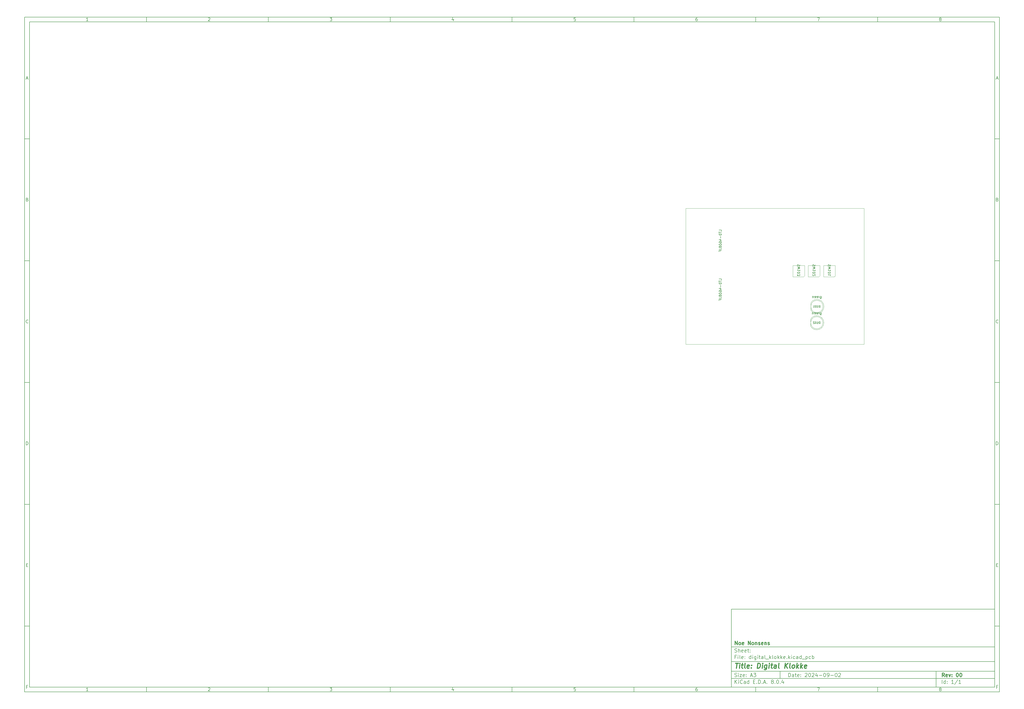
<source format=gbr>
%TF.GenerationSoftware,KiCad,Pcbnew,8.0.4*%
%TF.CreationDate,2024-09-02T20:22:52+02:00*%
%TF.ProjectId,digital_klokke,64696769-7461-46c5-9f6b-6c6f6b6b652e,00*%
%TF.SameCoordinates,PX10c44c20PY899d7e0*%
%TF.FileFunction,AssemblyDrawing,Bot*%
%FSLAX46Y46*%
G04 Gerber Fmt 4.6, Leading zero omitted, Abs format (unit mm)*
G04 Created by KiCad (PCBNEW 8.0.4) date 2024-09-02 20:22:52*
%MOMM*%
%LPD*%
G01*
G04 APERTURE LIST*
%ADD10C,0.100000*%
%ADD11C,0.150000*%
%ADD12C,0.300000*%
%ADD13C,0.400000*%
%ADD14C,0.200000*%
%TA.AperFunction,Profile*%
%ADD15C,0.050000*%
%TD*%
G04 APERTURE END LIST*
D10*
D11*
X18689000Y-108702200D02*
X126689000Y-108702200D01*
X126689000Y-140702200D01*
X18689000Y-140702200D01*
X18689000Y-108702200D01*
D10*
D11*
X-271300000Y134300000D02*
X128689000Y134300000D01*
X128689000Y-142702200D01*
X-271300000Y-142702200D01*
X-271300000Y134300000D01*
D10*
D11*
X-269300000Y132300000D02*
X126689000Y132300000D01*
X126689000Y-140702200D01*
X-269300000Y-140702200D01*
X-269300000Y132300000D01*
D10*
D11*
X-221300000Y132300000D02*
X-221300000Y134300000D01*
D10*
D11*
X-171300000Y132300000D02*
X-171300000Y134300000D01*
D10*
D11*
X-121300000Y132300000D02*
X-121300000Y134300000D01*
D10*
D11*
X-71300000Y132300000D02*
X-71300000Y134300000D01*
D10*
D11*
X-21300000Y132300000D02*
X-21300000Y134300000D01*
D10*
D11*
X28700000Y132300000D02*
X28700000Y134300000D01*
D10*
D11*
X78700000Y132300000D02*
X78700000Y134300000D01*
D10*
D11*
X-245210840Y132706396D02*
X-245953697Y132706396D01*
X-245582269Y132706396D02*
X-245582269Y134006396D01*
X-245582269Y134006396D02*
X-245706078Y133820681D01*
X-245706078Y133820681D02*
X-245829888Y133696872D01*
X-245829888Y133696872D02*
X-245953697Y133634967D01*
D10*
D11*
X-195953697Y133882586D02*
X-195891793Y133944491D01*
X-195891793Y133944491D02*
X-195767983Y134006396D01*
X-195767983Y134006396D02*
X-195458459Y134006396D01*
X-195458459Y134006396D02*
X-195334650Y133944491D01*
X-195334650Y133944491D02*
X-195272745Y133882586D01*
X-195272745Y133882586D02*
X-195210840Y133758777D01*
X-195210840Y133758777D02*
X-195210840Y133634967D01*
X-195210840Y133634967D02*
X-195272745Y133449253D01*
X-195272745Y133449253D02*
X-196015602Y132706396D01*
X-196015602Y132706396D02*
X-195210840Y132706396D01*
D10*
D11*
X-146015602Y134006396D02*
X-145210840Y134006396D01*
X-145210840Y134006396D02*
X-145644174Y133511158D01*
X-145644174Y133511158D02*
X-145458459Y133511158D01*
X-145458459Y133511158D02*
X-145334650Y133449253D01*
X-145334650Y133449253D02*
X-145272745Y133387348D01*
X-145272745Y133387348D02*
X-145210840Y133263539D01*
X-145210840Y133263539D02*
X-145210840Y132954015D01*
X-145210840Y132954015D02*
X-145272745Y132830205D01*
X-145272745Y132830205D02*
X-145334650Y132768300D01*
X-145334650Y132768300D02*
X-145458459Y132706396D01*
X-145458459Y132706396D02*
X-145829888Y132706396D01*
X-145829888Y132706396D02*
X-145953697Y132768300D01*
X-145953697Y132768300D02*
X-146015602Y132830205D01*
D10*
D11*
X-95334650Y133573062D02*
X-95334650Y132706396D01*
X-95644174Y134068300D02*
X-95953697Y133139729D01*
X-95953697Y133139729D02*
X-95148936Y133139729D01*
D10*
D11*
X-45272745Y134006396D02*
X-45891793Y134006396D01*
X-45891793Y134006396D02*
X-45953697Y133387348D01*
X-45953697Y133387348D02*
X-45891793Y133449253D01*
X-45891793Y133449253D02*
X-45767983Y133511158D01*
X-45767983Y133511158D02*
X-45458459Y133511158D01*
X-45458459Y133511158D02*
X-45334650Y133449253D01*
X-45334650Y133449253D02*
X-45272745Y133387348D01*
X-45272745Y133387348D02*
X-45210840Y133263539D01*
X-45210840Y133263539D02*
X-45210840Y132954015D01*
X-45210840Y132954015D02*
X-45272745Y132830205D01*
X-45272745Y132830205D02*
X-45334650Y132768300D01*
X-45334650Y132768300D02*
X-45458459Y132706396D01*
X-45458459Y132706396D02*
X-45767983Y132706396D01*
X-45767983Y132706396D02*
X-45891793Y132768300D01*
X-45891793Y132768300D02*
X-45953697Y132830205D01*
D10*
D11*
X4665350Y134006396D02*
X4417731Y134006396D01*
X4417731Y134006396D02*
X4293922Y133944491D01*
X4293922Y133944491D02*
X4232017Y133882586D01*
X4232017Y133882586D02*
X4108207Y133696872D01*
X4108207Y133696872D02*
X4046303Y133449253D01*
X4046303Y133449253D02*
X4046303Y132954015D01*
X4046303Y132954015D02*
X4108207Y132830205D01*
X4108207Y132830205D02*
X4170112Y132768300D01*
X4170112Y132768300D02*
X4293922Y132706396D01*
X4293922Y132706396D02*
X4541541Y132706396D01*
X4541541Y132706396D02*
X4665350Y132768300D01*
X4665350Y132768300D02*
X4727255Y132830205D01*
X4727255Y132830205D02*
X4789160Y132954015D01*
X4789160Y132954015D02*
X4789160Y133263539D01*
X4789160Y133263539D02*
X4727255Y133387348D01*
X4727255Y133387348D02*
X4665350Y133449253D01*
X4665350Y133449253D02*
X4541541Y133511158D01*
X4541541Y133511158D02*
X4293922Y133511158D01*
X4293922Y133511158D02*
X4170112Y133449253D01*
X4170112Y133449253D02*
X4108207Y133387348D01*
X4108207Y133387348D02*
X4046303Y133263539D01*
D10*
D11*
X53984398Y134006396D02*
X54851064Y134006396D01*
X54851064Y134006396D02*
X54293922Y132706396D01*
D10*
D11*
X104293922Y133449253D02*
X104170112Y133511158D01*
X104170112Y133511158D02*
X104108207Y133573062D01*
X104108207Y133573062D02*
X104046303Y133696872D01*
X104046303Y133696872D02*
X104046303Y133758777D01*
X104046303Y133758777D02*
X104108207Y133882586D01*
X104108207Y133882586D02*
X104170112Y133944491D01*
X104170112Y133944491D02*
X104293922Y134006396D01*
X104293922Y134006396D02*
X104541541Y134006396D01*
X104541541Y134006396D02*
X104665350Y133944491D01*
X104665350Y133944491D02*
X104727255Y133882586D01*
X104727255Y133882586D02*
X104789160Y133758777D01*
X104789160Y133758777D02*
X104789160Y133696872D01*
X104789160Y133696872D02*
X104727255Y133573062D01*
X104727255Y133573062D02*
X104665350Y133511158D01*
X104665350Y133511158D02*
X104541541Y133449253D01*
X104541541Y133449253D02*
X104293922Y133449253D01*
X104293922Y133449253D02*
X104170112Y133387348D01*
X104170112Y133387348D02*
X104108207Y133325443D01*
X104108207Y133325443D02*
X104046303Y133201634D01*
X104046303Y133201634D02*
X104046303Y132954015D01*
X104046303Y132954015D02*
X104108207Y132830205D01*
X104108207Y132830205D02*
X104170112Y132768300D01*
X104170112Y132768300D02*
X104293922Y132706396D01*
X104293922Y132706396D02*
X104541541Y132706396D01*
X104541541Y132706396D02*
X104665350Y132768300D01*
X104665350Y132768300D02*
X104727255Y132830205D01*
X104727255Y132830205D02*
X104789160Y132954015D01*
X104789160Y132954015D02*
X104789160Y133201634D01*
X104789160Y133201634D02*
X104727255Y133325443D01*
X104727255Y133325443D02*
X104665350Y133387348D01*
X104665350Y133387348D02*
X104541541Y133449253D01*
D10*
D11*
X-221300000Y-140702200D02*
X-221300000Y-142702200D01*
D10*
D11*
X-171300000Y-140702200D02*
X-171300000Y-142702200D01*
D10*
D11*
X-121300000Y-140702200D02*
X-121300000Y-142702200D01*
D10*
D11*
X-71300000Y-140702200D02*
X-71300000Y-142702200D01*
D10*
D11*
X-21300000Y-140702200D02*
X-21300000Y-142702200D01*
D10*
D11*
X28700000Y-140702200D02*
X28700000Y-142702200D01*
D10*
D11*
X78700000Y-140702200D02*
X78700000Y-142702200D01*
D10*
D11*
X-245210840Y-142295804D02*
X-245953697Y-142295804D01*
X-245582269Y-142295804D02*
X-245582269Y-140995804D01*
X-245582269Y-140995804D02*
X-245706078Y-141181519D01*
X-245706078Y-141181519D02*
X-245829888Y-141305328D01*
X-245829888Y-141305328D02*
X-245953697Y-141367233D01*
D10*
D11*
X-195953697Y-141119614D02*
X-195891793Y-141057709D01*
X-195891793Y-141057709D02*
X-195767983Y-140995804D01*
X-195767983Y-140995804D02*
X-195458459Y-140995804D01*
X-195458459Y-140995804D02*
X-195334650Y-141057709D01*
X-195334650Y-141057709D02*
X-195272745Y-141119614D01*
X-195272745Y-141119614D02*
X-195210840Y-141243423D01*
X-195210840Y-141243423D02*
X-195210840Y-141367233D01*
X-195210840Y-141367233D02*
X-195272745Y-141552947D01*
X-195272745Y-141552947D02*
X-196015602Y-142295804D01*
X-196015602Y-142295804D02*
X-195210840Y-142295804D01*
D10*
D11*
X-146015602Y-140995804D02*
X-145210840Y-140995804D01*
X-145210840Y-140995804D02*
X-145644174Y-141491042D01*
X-145644174Y-141491042D02*
X-145458459Y-141491042D01*
X-145458459Y-141491042D02*
X-145334650Y-141552947D01*
X-145334650Y-141552947D02*
X-145272745Y-141614852D01*
X-145272745Y-141614852D02*
X-145210840Y-141738661D01*
X-145210840Y-141738661D02*
X-145210840Y-142048185D01*
X-145210840Y-142048185D02*
X-145272745Y-142171995D01*
X-145272745Y-142171995D02*
X-145334650Y-142233900D01*
X-145334650Y-142233900D02*
X-145458459Y-142295804D01*
X-145458459Y-142295804D02*
X-145829888Y-142295804D01*
X-145829888Y-142295804D02*
X-145953697Y-142233900D01*
X-145953697Y-142233900D02*
X-146015602Y-142171995D01*
D10*
D11*
X-95334650Y-141429138D02*
X-95334650Y-142295804D01*
X-95644174Y-140933900D02*
X-95953697Y-141862471D01*
X-95953697Y-141862471D02*
X-95148936Y-141862471D01*
D10*
D11*
X-45272745Y-140995804D02*
X-45891793Y-140995804D01*
X-45891793Y-140995804D02*
X-45953697Y-141614852D01*
X-45953697Y-141614852D02*
X-45891793Y-141552947D01*
X-45891793Y-141552947D02*
X-45767983Y-141491042D01*
X-45767983Y-141491042D02*
X-45458459Y-141491042D01*
X-45458459Y-141491042D02*
X-45334650Y-141552947D01*
X-45334650Y-141552947D02*
X-45272745Y-141614852D01*
X-45272745Y-141614852D02*
X-45210840Y-141738661D01*
X-45210840Y-141738661D02*
X-45210840Y-142048185D01*
X-45210840Y-142048185D02*
X-45272745Y-142171995D01*
X-45272745Y-142171995D02*
X-45334650Y-142233900D01*
X-45334650Y-142233900D02*
X-45458459Y-142295804D01*
X-45458459Y-142295804D02*
X-45767983Y-142295804D01*
X-45767983Y-142295804D02*
X-45891793Y-142233900D01*
X-45891793Y-142233900D02*
X-45953697Y-142171995D01*
D10*
D11*
X4665350Y-140995804D02*
X4417731Y-140995804D01*
X4417731Y-140995804D02*
X4293922Y-141057709D01*
X4293922Y-141057709D02*
X4232017Y-141119614D01*
X4232017Y-141119614D02*
X4108207Y-141305328D01*
X4108207Y-141305328D02*
X4046303Y-141552947D01*
X4046303Y-141552947D02*
X4046303Y-142048185D01*
X4046303Y-142048185D02*
X4108207Y-142171995D01*
X4108207Y-142171995D02*
X4170112Y-142233900D01*
X4170112Y-142233900D02*
X4293922Y-142295804D01*
X4293922Y-142295804D02*
X4541541Y-142295804D01*
X4541541Y-142295804D02*
X4665350Y-142233900D01*
X4665350Y-142233900D02*
X4727255Y-142171995D01*
X4727255Y-142171995D02*
X4789160Y-142048185D01*
X4789160Y-142048185D02*
X4789160Y-141738661D01*
X4789160Y-141738661D02*
X4727255Y-141614852D01*
X4727255Y-141614852D02*
X4665350Y-141552947D01*
X4665350Y-141552947D02*
X4541541Y-141491042D01*
X4541541Y-141491042D02*
X4293922Y-141491042D01*
X4293922Y-141491042D02*
X4170112Y-141552947D01*
X4170112Y-141552947D02*
X4108207Y-141614852D01*
X4108207Y-141614852D02*
X4046303Y-141738661D01*
D10*
D11*
X53984398Y-140995804D02*
X54851064Y-140995804D01*
X54851064Y-140995804D02*
X54293922Y-142295804D01*
D10*
D11*
X104293922Y-141552947D02*
X104170112Y-141491042D01*
X104170112Y-141491042D02*
X104108207Y-141429138D01*
X104108207Y-141429138D02*
X104046303Y-141305328D01*
X104046303Y-141305328D02*
X104046303Y-141243423D01*
X104046303Y-141243423D02*
X104108207Y-141119614D01*
X104108207Y-141119614D02*
X104170112Y-141057709D01*
X104170112Y-141057709D02*
X104293922Y-140995804D01*
X104293922Y-140995804D02*
X104541541Y-140995804D01*
X104541541Y-140995804D02*
X104665350Y-141057709D01*
X104665350Y-141057709D02*
X104727255Y-141119614D01*
X104727255Y-141119614D02*
X104789160Y-141243423D01*
X104789160Y-141243423D02*
X104789160Y-141305328D01*
X104789160Y-141305328D02*
X104727255Y-141429138D01*
X104727255Y-141429138D02*
X104665350Y-141491042D01*
X104665350Y-141491042D02*
X104541541Y-141552947D01*
X104541541Y-141552947D02*
X104293922Y-141552947D01*
X104293922Y-141552947D02*
X104170112Y-141614852D01*
X104170112Y-141614852D02*
X104108207Y-141676757D01*
X104108207Y-141676757D02*
X104046303Y-141800566D01*
X104046303Y-141800566D02*
X104046303Y-142048185D01*
X104046303Y-142048185D02*
X104108207Y-142171995D01*
X104108207Y-142171995D02*
X104170112Y-142233900D01*
X104170112Y-142233900D02*
X104293922Y-142295804D01*
X104293922Y-142295804D02*
X104541541Y-142295804D01*
X104541541Y-142295804D02*
X104665350Y-142233900D01*
X104665350Y-142233900D02*
X104727255Y-142171995D01*
X104727255Y-142171995D02*
X104789160Y-142048185D01*
X104789160Y-142048185D02*
X104789160Y-141800566D01*
X104789160Y-141800566D02*
X104727255Y-141676757D01*
X104727255Y-141676757D02*
X104665350Y-141614852D01*
X104665350Y-141614852D02*
X104541541Y-141552947D01*
D10*
D11*
X-271300000Y84300000D02*
X-269300000Y84300000D01*
D10*
D11*
X-271300000Y34300000D02*
X-269300000Y34300000D01*
D10*
D11*
X-271300000Y-15700000D02*
X-269300000Y-15700000D01*
D10*
D11*
X-271300000Y-65700000D02*
X-269300000Y-65700000D01*
D10*
D11*
X-271300000Y-115700000D02*
X-269300000Y-115700000D01*
D10*
D11*
X-270609524Y109077824D02*
X-269990477Y109077824D01*
X-270733334Y108706396D02*
X-270300001Y110006396D01*
X-270300001Y110006396D02*
X-269866667Y108706396D01*
D10*
D11*
X-270207143Y59387348D02*
X-270021429Y59325443D01*
X-270021429Y59325443D02*
X-269959524Y59263539D01*
X-269959524Y59263539D02*
X-269897620Y59139729D01*
X-269897620Y59139729D02*
X-269897620Y58954015D01*
X-269897620Y58954015D02*
X-269959524Y58830205D01*
X-269959524Y58830205D02*
X-270021429Y58768300D01*
X-270021429Y58768300D02*
X-270145239Y58706396D01*
X-270145239Y58706396D02*
X-270640477Y58706396D01*
X-270640477Y58706396D02*
X-270640477Y60006396D01*
X-270640477Y60006396D02*
X-270207143Y60006396D01*
X-270207143Y60006396D02*
X-270083334Y59944491D01*
X-270083334Y59944491D02*
X-270021429Y59882586D01*
X-270021429Y59882586D02*
X-269959524Y59758777D01*
X-269959524Y59758777D02*
X-269959524Y59634967D01*
X-269959524Y59634967D02*
X-270021429Y59511158D01*
X-270021429Y59511158D02*
X-270083334Y59449253D01*
X-270083334Y59449253D02*
X-270207143Y59387348D01*
X-270207143Y59387348D02*
X-270640477Y59387348D01*
D10*
D11*
X-269897620Y8830205D02*
X-269959524Y8768300D01*
X-269959524Y8768300D02*
X-270145239Y8706396D01*
X-270145239Y8706396D02*
X-270269048Y8706396D01*
X-270269048Y8706396D02*
X-270454762Y8768300D01*
X-270454762Y8768300D02*
X-270578572Y8892110D01*
X-270578572Y8892110D02*
X-270640477Y9015920D01*
X-270640477Y9015920D02*
X-270702381Y9263539D01*
X-270702381Y9263539D02*
X-270702381Y9449253D01*
X-270702381Y9449253D02*
X-270640477Y9696872D01*
X-270640477Y9696872D02*
X-270578572Y9820681D01*
X-270578572Y9820681D02*
X-270454762Y9944491D01*
X-270454762Y9944491D02*
X-270269048Y10006396D01*
X-270269048Y10006396D02*
X-270145239Y10006396D01*
X-270145239Y10006396D02*
X-269959524Y9944491D01*
X-269959524Y9944491D02*
X-269897620Y9882586D01*
D10*
D11*
X-270640477Y-41293604D02*
X-270640477Y-39993604D01*
X-270640477Y-39993604D02*
X-270330953Y-39993604D01*
X-270330953Y-39993604D02*
X-270145239Y-40055509D01*
X-270145239Y-40055509D02*
X-270021429Y-40179319D01*
X-270021429Y-40179319D02*
X-269959524Y-40303128D01*
X-269959524Y-40303128D02*
X-269897620Y-40550747D01*
X-269897620Y-40550747D02*
X-269897620Y-40736461D01*
X-269897620Y-40736461D02*
X-269959524Y-40984080D01*
X-269959524Y-40984080D02*
X-270021429Y-41107890D01*
X-270021429Y-41107890D02*
X-270145239Y-41231700D01*
X-270145239Y-41231700D02*
X-270330953Y-41293604D01*
X-270330953Y-41293604D02*
X-270640477Y-41293604D01*
D10*
D11*
X-270578572Y-90612652D02*
X-270145238Y-90612652D01*
X-269959524Y-91293604D02*
X-270578572Y-91293604D01*
X-270578572Y-91293604D02*
X-270578572Y-89993604D01*
X-270578572Y-89993604D02*
X-269959524Y-89993604D01*
D10*
D11*
X-270114286Y-140612652D02*
X-270547620Y-140612652D01*
X-270547620Y-141293604D02*
X-270547620Y-139993604D01*
X-270547620Y-139993604D02*
X-269928572Y-139993604D01*
D10*
D11*
X128689000Y84300000D02*
X126689000Y84300000D01*
D10*
D11*
X128689000Y34300000D02*
X126689000Y34300000D01*
D10*
D11*
X128689000Y-15700000D02*
X126689000Y-15700000D01*
D10*
D11*
X128689000Y-65700000D02*
X126689000Y-65700000D01*
D10*
D11*
X128689000Y-115700000D02*
X126689000Y-115700000D01*
D10*
D11*
X127379476Y109077824D02*
X127998523Y109077824D01*
X127255666Y108706396D02*
X127688999Y110006396D01*
X127688999Y110006396D02*
X128122333Y108706396D01*
D10*
D11*
X127781857Y59387348D02*
X127967571Y59325443D01*
X127967571Y59325443D02*
X128029476Y59263539D01*
X128029476Y59263539D02*
X128091380Y59139729D01*
X128091380Y59139729D02*
X128091380Y58954015D01*
X128091380Y58954015D02*
X128029476Y58830205D01*
X128029476Y58830205D02*
X127967571Y58768300D01*
X127967571Y58768300D02*
X127843761Y58706396D01*
X127843761Y58706396D02*
X127348523Y58706396D01*
X127348523Y58706396D02*
X127348523Y60006396D01*
X127348523Y60006396D02*
X127781857Y60006396D01*
X127781857Y60006396D02*
X127905666Y59944491D01*
X127905666Y59944491D02*
X127967571Y59882586D01*
X127967571Y59882586D02*
X128029476Y59758777D01*
X128029476Y59758777D02*
X128029476Y59634967D01*
X128029476Y59634967D02*
X127967571Y59511158D01*
X127967571Y59511158D02*
X127905666Y59449253D01*
X127905666Y59449253D02*
X127781857Y59387348D01*
X127781857Y59387348D02*
X127348523Y59387348D01*
D10*
D11*
X128091380Y8830205D02*
X128029476Y8768300D01*
X128029476Y8768300D02*
X127843761Y8706396D01*
X127843761Y8706396D02*
X127719952Y8706396D01*
X127719952Y8706396D02*
X127534238Y8768300D01*
X127534238Y8768300D02*
X127410428Y8892110D01*
X127410428Y8892110D02*
X127348523Y9015920D01*
X127348523Y9015920D02*
X127286619Y9263539D01*
X127286619Y9263539D02*
X127286619Y9449253D01*
X127286619Y9449253D02*
X127348523Y9696872D01*
X127348523Y9696872D02*
X127410428Y9820681D01*
X127410428Y9820681D02*
X127534238Y9944491D01*
X127534238Y9944491D02*
X127719952Y10006396D01*
X127719952Y10006396D02*
X127843761Y10006396D01*
X127843761Y10006396D02*
X128029476Y9944491D01*
X128029476Y9944491D02*
X128091380Y9882586D01*
D10*
D11*
X127348523Y-41293604D02*
X127348523Y-39993604D01*
X127348523Y-39993604D02*
X127658047Y-39993604D01*
X127658047Y-39993604D02*
X127843761Y-40055509D01*
X127843761Y-40055509D02*
X127967571Y-40179319D01*
X127967571Y-40179319D02*
X128029476Y-40303128D01*
X128029476Y-40303128D02*
X128091380Y-40550747D01*
X128091380Y-40550747D02*
X128091380Y-40736461D01*
X128091380Y-40736461D02*
X128029476Y-40984080D01*
X128029476Y-40984080D02*
X127967571Y-41107890D01*
X127967571Y-41107890D02*
X127843761Y-41231700D01*
X127843761Y-41231700D02*
X127658047Y-41293604D01*
X127658047Y-41293604D02*
X127348523Y-41293604D01*
D10*
D11*
X127410428Y-90612652D02*
X127843762Y-90612652D01*
X128029476Y-91293604D02*
X127410428Y-91293604D01*
X127410428Y-91293604D02*
X127410428Y-89993604D01*
X127410428Y-89993604D02*
X128029476Y-89993604D01*
D10*
D11*
X127874714Y-140612652D02*
X127441380Y-140612652D01*
X127441380Y-141293604D02*
X127441380Y-139993604D01*
X127441380Y-139993604D02*
X128060428Y-139993604D01*
D10*
D11*
X42144826Y-136488328D02*
X42144826Y-134988328D01*
X42144826Y-134988328D02*
X42501969Y-134988328D01*
X42501969Y-134988328D02*
X42716255Y-135059757D01*
X42716255Y-135059757D02*
X42859112Y-135202614D01*
X42859112Y-135202614D02*
X42930541Y-135345471D01*
X42930541Y-135345471D02*
X43001969Y-135631185D01*
X43001969Y-135631185D02*
X43001969Y-135845471D01*
X43001969Y-135845471D02*
X42930541Y-136131185D01*
X42930541Y-136131185D02*
X42859112Y-136274042D01*
X42859112Y-136274042D02*
X42716255Y-136416900D01*
X42716255Y-136416900D02*
X42501969Y-136488328D01*
X42501969Y-136488328D02*
X42144826Y-136488328D01*
X44287684Y-136488328D02*
X44287684Y-135702614D01*
X44287684Y-135702614D02*
X44216255Y-135559757D01*
X44216255Y-135559757D02*
X44073398Y-135488328D01*
X44073398Y-135488328D02*
X43787684Y-135488328D01*
X43787684Y-135488328D02*
X43644826Y-135559757D01*
X44287684Y-136416900D02*
X44144826Y-136488328D01*
X44144826Y-136488328D02*
X43787684Y-136488328D01*
X43787684Y-136488328D02*
X43644826Y-136416900D01*
X43644826Y-136416900D02*
X43573398Y-136274042D01*
X43573398Y-136274042D02*
X43573398Y-136131185D01*
X43573398Y-136131185D02*
X43644826Y-135988328D01*
X43644826Y-135988328D02*
X43787684Y-135916900D01*
X43787684Y-135916900D02*
X44144826Y-135916900D01*
X44144826Y-135916900D02*
X44287684Y-135845471D01*
X44787684Y-135488328D02*
X45359112Y-135488328D01*
X45001969Y-134988328D02*
X45001969Y-136274042D01*
X45001969Y-136274042D02*
X45073398Y-136416900D01*
X45073398Y-136416900D02*
X45216255Y-136488328D01*
X45216255Y-136488328D02*
X45359112Y-136488328D01*
X46430541Y-136416900D02*
X46287684Y-136488328D01*
X46287684Y-136488328D02*
X46001970Y-136488328D01*
X46001970Y-136488328D02*
X45859112Y-136416900D01*
X45859112Y-136416900D02*
X45787684Y-136274042D01*
X45787684Y-136274042D02*
X45787684Y-135702614D01*
X45787684Y-135702614D02*
X45859112Y-135559757D01*
X45859112Y-135559757D02*
X46001970Y-135488328D01*
X46001970Y-135488328D02*
X46287684Y-135488328D01*
X46287684Y-135488328D02*
X46430541Y-135559757D01*
X46430541Y-135559757D02*
X46501970Y-135702614D01*
X46501970Y-135702614D02*
X46501970Y-135845471D01*
X46501970Y-135845471D02*
X45787684Y-135988328D01*
X47144826Y-136345471D02*
X47216255Y-136416900D01*
X47216255Y-136416900D02*
X47144826Y-136488328D01*
X47144826Y-136488328D02*
X47073398Y-136416900D01*
X47073398Y-136416900D02*
X47144826Y-136345471D01*
X47144826Y-136345471D02*
X47144826Y-136488328D01*
X47144826Y-135559757D02*
X47216255Y-135631185D01*
X47216255Y-135631185D02*
X47144826Y-135702614D01*
X47144826Y-135702614D02*
X47073398Y-135631185D01*
X47073398Y-135631185D02*
X47144826Y-135559757D01*
X47144826Y-135559757D02*
X47144826Y-135702614D01*
X48930541Y-135131185D02*
X49001969Y-135059757D01*
X49001969Y-135059757D02*
X49144827Y-134988328D01*
X49144827Y-134988328D02*
X49501969Y-134988328D01*
X49501969Y-134988328D02*
X49644827Y-135059757D01*
X49644827Y-135059757D02*
X49716255Y-135131185D01*
X49716255Y-135131185D02*
X49787684Y-135274042D01*
X49787684Y-135274042D02*
X49787684Y-135416900D01*
X49787684Y-135416900D02*
X49716255Y-135631185D01*
X49716255Y-135631185D02*
X48859112Y-136488328D01*
X48859112Y-136488328D02*
X49787684Y-136488328D01*
X50716255Y-134988328D02*
X50859112Y-134988328D01*
X50859112Y-134988328D02*
X51001969Y-135059757D01*
X51001969Y-135059757D02*
X51073398Y-135131185D01*
X51073398Y-135131185D02*
X51144826Y-135274042D01*
X51144826Y-135274042D02*
X51216255Y-135559757D01*
X51216255Y-135559757D02*
X51216255Y-135916900D01*
X51216255Y-135916900D02*
X51144826Y-136202614D01*
X51144826Y-136202614D02*
X51073398Y-136345471D01*
X51073398Y-136345471D02*
X51001969Y-136416900D01*
X51001969Y-136416900D02*
X50859112Y-136488328D01*
X50859112Y-136488328D02*
X50716255Y-136488328D01*
X50716255Y-136488328D02*
X50573398Y-136416900D01*
X50573398Y-136416900D02*
X50501969Y-136345471D01*
X50501969Y-136345471D02*
X50430540Y-136202614D01*
X50430540Y-136202614D02*
X50359112Y-135916900D01*
X50359112Y-135916900D02*
X50359112Y-135559757D01*
X50359112Y-135559757D02*
X50430540Y-135274042D01*
X50430540Y-135274042D02*
X50501969Y-135131185D01*
X50501969Y-135131185D02*
X50573398Y-135059757D01*
X50573398Y-135059757D02*
X50716255Y-134988328D01*
X51787683Y-135131185D02*
X51859111Y-135059757D01*
X51859111Y-135059757D02*
X52001969Y-134988328D01*
X52001969Y-134988328D02*
X52359111Y-134988328D01*
X52359111Y-134988328D02*
X52501969Y-135059757D01*
X52501969Y-135059757D02*
X52573397Y-135131185D01*
X52573397Y-135131185D02*
X52644826Y-135274042D01*
X52644826Y-135274042D02*
X52644826Y-135416900D01*
X52644826Y-135416900D02*
X52573397Y-135631185D01*
X52573397Y-135631185D02*
X51716254Y-136488328D01*
X51716254Y-136488328D02*
X52644826Y-136488328D01*
X53930540Y-135488328D02*
X53930540Y-136488328D01*
X53573397Y-134916900D02*
X53216254Y-135988328D01*
X53216254Y-135988328D02*
X54144825Y-135988328D01*
X54716253Y-135916900D02*
X55859111Y-135916900D01*
X56859111Y-134988328D02*
X57001968Y-134988328D01*
X57001968Y-134988328D02*
X57144825Y-135059757D01*
X57144825Y-135059757D02*
X57216254Y-135131185D01*
X57216254Y-135131185D02*
X57287682Y-135274042D01*
X57287682Y-135274042D02*
X57359111Y-135559757D01*
X57359111Y-135559757D02*
X57359111Y-135916900D01*
X57359111Y-135916900D02*
X57287682Y-136202614D01*
X57287682Y-136202614D02*
X57216254Y-136345471D01*
X57216254Y-136345471D02*
X57144825Y-136416900D01*
X57144825Y-136416900D02*
X57001968Y-136488328D01*
X57001968Y-136488328D02*
X56859111Y-136488328D01*
X56859111Y-136488328D02*
X56716254Y-136416900D01*
X56716254Y-136416900D02*
X56644825Y-136345471D01*
X56644825Y-136345471D02*
X56573396Y-136202614D01*
X56573396Y-136202614D02*
X56501968Y-135916900D01*
X56501968Y-135916900D02*
X56501968Y-135559757D01*
X56501968Y-135559757D02*
X56573396Y-135274042D01*
X56573396Y-135274042D02*
X56644825Y-135131185D01*
X56644825Y-135131185D02*
X56716254Y-135059757D01*
X56716254Y-135059757D02*
X56859111Y-134988328D01*
X58073396Y-136488328D02*
X58359110Y-136488328D01*
X58359110Y-136488328D02*
X58501967Y-136416900D01*
X58501967Y-136416900D02*
X58573396Y-136345471D01*
X58573396Y-136345471D02*
X58716253Y-136131185D01*
X58716253Y-136131185D02*
X58787682Y-135845471D01*
X58787682Y-135845471D02*
X58787682Y-135274042D01*
X58787682Y-135274042D02*
X58716253Y-135131185D01*
X58716253Y-135131185D02*
X58644825Y-135059757D01*
X58644825Y-135059757D02*
X58501967Y-134988328D01*
X58501967Y-134988328D02*
X58216253Y-134988328D01*
X58216253Y-134988328D02*
X58073396Y-135059757D01*
X58073396Y-135059757D02*
X58001967Y-135131185D01*
X58001967Y-135131185D02*
X57930539Y-135274042D01*
X57930539Y-135274042D02*
X57930539Y-135631185D01*
X57930539Y-135631185D02*
X58001967Y-135774042D01*
X58001967Y-135774042D02*
X58073396Y-135845471D01*
X58073396Y-135845471D02*
X58216253Y-135916900D01*
X58216253Y-135916900D02*
X58501967Y-135916900D01*
X58501967Y-135916900D02*
X58644825Y-135845471D01*
X58644825Y-135845471D02*
X58716253Y-135774042D01*
X58716253Y-135774042D02*
X58787682Y-135631185D01*
X59430538Y-135916900D02*
X60573396Y-135916900D01*
X61573396Y-134988328D02*
X61716253Y-134988328D01*
X61716253Y-134988328D02*
X61859110Y-135059757D01*
X61859110Y-135059757D02*
X61930539Y-135131185D01*
X61930539Y-135131185D02*
X62001967Y-135274042D01*
X62001967Y-135274042D02*
X62073396Y-135559757D01*
X62073396Y-135559757D02*
X62073396Y-135916900D01*
X62073396Y-135916900D02*
X62001967Y-136202614D01*
X62001967Y-136202614D02*
X61930539Y-136345471D01*
X61930539Y-136345471D02*
X61859110Y-136416900D01*
X61859110Y-136416900D02*
X61716253Y-136488328D01*
X61716253Y-136488328D02*
X61573396Y-136488328D01*
X61573396Y-136488328D02*
X61430539Y-136416900D01*
X61430539Y-136416900D02*
X61359110Y-136345471D01*
X61359110Y-136345471D02*
X61287681Y-136202614D01*
X61287681Y-136202614D02*
X61216253Y-135916900D01*
X61216253Y-135916900D02*
X61216253Y-135559757D01*
X61216253Y-135559757D02*
X61287681Y-135274042D01*
X61287681Y-135274042D02*
X61359110Y-135131185D01*
X61359110Y-135131185D02*
X61430539Y-135059757D01*
X61430539Y-135059757D02*
X61573396Y-134988328D01*
X62644824Y-135131185D02*
X62716252Y-135059757D01*
X62716252Y-135059757D02*
X62859110Y-134988328D01*
X62859110Y-134988328D02*
X63216252Y-134988328D01*
X63216252Y-134988328D02*
X63359110Y-135059757D01*
X63359110Y-135059757D02*
X63430538Y-135131185D01*
X63430538Y-135131185D02*
X63501967Y-135274042D01*
X63501967Y-135274042D02*
X63501967Y-135416900D01*
X63501967Y-135416900D02*
X63430538Y-135631185D01*
X63430538Y-135631185D02*
X62573395Y-136488328D01*
X62573395Y-136488328D02*
X63501967Y-136488328D01*
D10*
D11*
X18689000Y-137202200D02*
X126689000Y-137202200D01*
D10*
D11*
X20144826Y-139288328D02*
X20144826Y-137788328D01*
X21001969Y-139288328D02*
X20359112Y-138431185D01*
X21001969Y-137788328D02*
X20144826Y-138645471D01*
X21644826Y-139288328D02*
X21644826Y-138288328D01*
X21644826Y-137788328D02*
X21573398Y-137859757D01*
X21573398Y-137859757D02*
X21644826Y-137931185D01*
X21644826Y-137931185D02*
X21716255Y-137859757D01*
X21716255Y-137859757D02*
X21644826Y-137788328D01*
X21644826Y-137788328D02*
X21644826Y-137931185D01*
X23216255Y-139145471D02*
X23144827Y-139216900D01*
X23144827Y-139216900D02*
X22930541Y-139288328D01*
X22930541Y-139288328D02*
X22787684Y-139288328D01*
X22787684Y-139288328D02*
X22573398Y-139216900D01*
X22573398Y-139216900D02*
X22430541Y-139074042D01*
X22430541Y-139074042D02*
X22359112Y-138931185D01*
X22359112Y-138931185D02*
X22287684Y-138645471D01*
X22287684Y-138645471D02*
X22287684Y-138431185D01*
X22287684Y-138431185D02*
X22359112Y-138145471D01*
X22359112Y-138145471D02*
X22430541Y-138002614D01*
X22430541Y-138002614D02*
X22573398Y-137859757D01*
X22573398Y-137859757D02*
X22787684Y-137788328D01*
X22787684Y-137788328D02*
X22930541Y-137788328D01*
X22930541Y-137788328D02*
X23144827Y-137859757D01*
X23144827Y-137859757D02*
X23216255Y-137931185D01*
X24501970Y-139288328D02*
X24501970Y-138502614D01*
X24501970Y-138502614D02*
X24430541Y-138359757D01*
X24430541Y-138359757D02*
X24287684Y-138288328D01*
X24287684Y-138288328D02*
X24001970Y-138288328D01*
X24001970Y-138288328D02*
X23859112Y-138359757D01*
X24501970Y-139216900D02*
X24359112Y-139288328D01*
X24359112Y-139288328D02*
X24001970Y-139288328D01*
X24001970Y-139288328D02*
X23859112Y-139216900D01*
X23859112Y-139216900D02*
X23787684Y-139074042D01*
X23787684Y-139074042D02*
X23787684Y-138931185D01*
X23787684Y-138931185D02*
X23859112Y-138788328D01*
X23859112Y-138788328D02*
X24001970Y-138716900D01*
X24001970Y-138716900D02*
X24359112Y-138716900D01*
X24359112Y-138716900D02*
X24501970Y-138645471D01*
X25859113Y-139288328D02*
X25859113Y-137788328D01*
X25859113Y-139216900D02*
X25716255Y-139288328D01*
X25716255Y-139288328D02*
X25430541Y-139288328D01*
X25430541Y-139288328D02*
X25287684Y-139216900D01*
X25287684Y-139216900D02*
X25216255Y-139145471D01*
X25216255Y-139145471D02*
X25144827Y-139002614D01*
X25144827Y-139002614D02*
X25144827Y-138574042D01*
X25144827Y-138574042D02*
X25216255Y-138431185D01*
X25216255Y-138431185D02*
X25287684Y-138359757D01*
X25287684Y-138359757D02*
X25430541Y-138288328D01*
X25430541Y-138288328D02*
X25716255Y-138288328D01*
X25716255Y-138288328D02*
X25859113Y-138359757D01*
X27716255Y-138502614D02*
X28216255Y-138502614D01*
X28430541Y-139288328D02*
X27716255Y-139288328D01*
X27716255Y-139288328D02*
X27716255Y-137788328D01*
X27716255Y-137788328D02*
X28430541Y-137788328D01*
X29073398Y-139145471D02*
X29144827Y-139216900D01*
X29144827Y-139216900D02*
X29073398Y-139288328D01*
X29073398Y-139288328D02*
X29001970Y-139216900D01*
X29001970Y-139216900D02*
X29073398Y-139145471D01*
X29073398Y-139145471D02*
X29073398Y-139288328D01*
X29787684Y-139288328D02*
X29787684Y-137788328D01*
X29787684Y-137788328D02*
X30144827Y-137788328D01*
X30144827Y-137788328D02*
X30359113Y-137859757D01*
X30359113Y-137859757D02*
X30501970Y-138002614D01*
X30501970Y-138002614D02*
X30573399Y-138145471D01*
X30573399Y-138145471D02*
X30644827Y-138431185D01*
X30644827Y-138431185D02*
X30644827Y-138645471D01*
X30644827Y-138645471D02*
X30573399Y-138931185D01*
X30573399Y-138931185D02*
X30501970Y-139074042D01*
X30501970Y-139074042D02*
X30359113Y-139216900D01*
X30359113Y-139216900D02*
X30144827Y-139288328D01*
X30144827Y-139288328D02*
X29787684Y-139288328D01*
X31287684Y-139145471D02*
X31359113Y-139216900D01*
X31359113Y-139216900D02*
X31287684Y-139288328D01*
X31287684Y-139288328D02*
X31216256Y-139216900D01*
X31216256Y-139216900D02*
X31287684Y-139145471D01*
X31287684Y-139145471D02*
X31287684Y-139288328D01*
X31930542Y-138859757D02*
X32644828Y-138859757D01*
X31787685Y-139288328D02*
X32287685Y-137788328D01*
X32287685Y-137788328D02*
X32787685Y-139288328D01*
X33287684Y-139145471D02*
X33359113Y-139216900D01*
X33359113Y-139216900D02*
X33287684Y-139288328D01*
X33287684Y-139288328D02*
X33216256Y-139216900D01*
X33216256Y-139216900D02*
X33287684Y-139145471D01*
X33287684Y-139145471D02*
X33287684Y-139288328D01*
X35359113Y-138431185D02*
X35216256Y-138359757D01*
X35216256Y-138359757D02*
X35144827Y-138288328D01*
X35144827Y-138288328D02*
X35073399Y-138145471D01*
X35073399Y-138145471D02*
X35073399Y-138074042D01*
X35073399Y-138074042D02*
X35144827Y-137931185D01*
X35144827Y-137931185D02*
X35216256Y-137859757D01*
X35216256Y-137859757D02*
X35359113Y-137788328D01*
X35359113Y-137788328D02*
X35644827Y-137788328D01*
X35644827Y-137788328D02*
X35787685Y-137859757D01*
X35787685Y-137859757D02*
X35859113Y-137931185D01*
X35859113Y-137931185D02*
X35930542Y-138074042D01*
X35930542Y-138074042D02*
X35930542Y-138145471D01*
X35930542Y-138145471D02*
X35859113Y-138288328D01*
X35859113Y-138288328D02*
X35787685Y-138359757D01*
X35787685Y-138359757D02*
X35644827Y-138431185D01*
X35644827Y-138431185D02*
X35359113Y-138431185D01*
X35359113Y-138431185D02*
X35216256Y-138502614D01*
X35216256Y-138502614D02*
X35144827Y-138574042D01*
X35144827Y-138574042D02*
X35073399Y-138716900D01*
X35073399Y-138716900D02*
X35073399Y-139002614D01*
X35073399Y-139002614D02*
X35144827Y-139145471D01*
X35144827Y-139145471D02*
X35216256Y-139216900D01*
X35216256Y-139216900D02*
X35359113Y-139288328D01*
X35359113Y-139288328D02*
X35644827Y-139288328D01*
X35644827Y-139288328D02*
X35787685Y-139216900D01*
X35787685Y-139216900D02*
X35859113Y-139145471D01*
X35859113Y-139145471D02*
X35930542Y-139002614D01*
X35930542Y-139002614D02*
X35930542Y-138716900D01*
X35930542Y-138716900D02*
X35859113Y-138574042D01*
X35859113Y-138574042D02*
X35787685Y-138502614D01*
X35787685Y-138502614D02*
X35644827Y-138431185D01*
X36573398Y-139145471D02*
X36644827Y-139216900D01*
X36644827Y-139216900D02*
X36573398Y-139288328D01*
X36573398Y-139288328D02*
X36501970Y-139216900D01*
X36501970Y-139216900D02*
X36573398Y-139145471D01*
X36573398Y-139145471D02*
X36573398Y-139288328D01*
X37573399Y-137788328D02*
X37716256Y-137788328D01*
X37716256Y-137788328D02*
X37859113Y-137859757D01*
X37859113Y-137859757D02*
X37930542Y-137931185D01*
X37930542Y-137931185D02*
X38001970Y-138074042D01*
X38001970Y-138074042D02*
X38073399Y-138359757D01*
X38073399Y-138359757D02*
X38073399Y-138716900D01*
X38073399Y-138716900D02*
X38001970Y-139002614D01*
X38001970Y-139002614D02*
X37930542Y-139145471D01*
X37930542Y-139145471D02*
X37859113Y-139216900D01*
X37859113Y-139216900D02*
X37716256Y-139288328D01*
X37716256Y-139288328D02*
X37573399Y-139288328D01*
X37573399Y-139288328D02*
X37430542Y-139216900D01*
X37430542Y-139216900D02*
X37359113Y-139145471D01*
X37359113Y-139145471D02*
X37287684Y-139002614D01*
X37287684Y-139002614D02*
X37216256Y-138716900D01*
X37216256Y-138716900D02*
X37216256Y-138359757D01*
X37216256Y-138359757D02*
X37287684Y-138074042D01*
X37287684Y-138074042D02*
X37359113Y-137931185D01*
X37359113Y-137931185D02*
X37430542Y-137859757D01*
X37430542Y-137859757D02*
X37573399Y-137788328D01*
X38716255Y-139145471D02*
X38787684Y-139216900D01*
X38787684Y-139216900D02*
X38716255Y-139288328D01*
X38716255Y-139288328D02*
X38644827Y-139216900D01*
X38644827Y-139216900D02*
X38716255Y-139145471D01*
X38716255Y-139145471D02*
X38716255Y-139288328D01*
X40073399Y-138288328D02*
X40073399Y-139288328D01*
X39716256Y-137716900D02*
X39359113Y-138788328D01*
X39359113Y-138788328D02*
X40287684Y-138788328D01*
D10*
D11*
X18689000Y-134202200D02*
X126689000Y-134202200D01*
D10*
D12*
X106100653Y-136480528D02*
X105600653Y-135766242D01*
X105243510Y-136480528D02*
X105243510Y-134980528D01*
X105243510Y-134980528D02*
X105814939Y-134980528D01*
X105814939Y-134980528D02*
X105957796Y-135051957D01*
X105957796Y-135051957D02*
X106029225Y-135123385D01*
X106029225Y-135123385D02*
X106100653Y-135266242D01*
X106100653Y-135266242D02*
X106100653Y-135480528D01*
X106100653Y-135480528D02*
X106029225Y-135623385D01*
X106029225Y-135623385D02*
X105957796Y-135694814D01*
X105957796Y-135694814D02*
X105814939Y-135766242D01*
X105814939Y-135766242D02*
X105243510Y-135766242D01*
X107314939Y-136409100D02*
X107172082Y-136480528D01*
X107172082Y-136480528D02*
X106886368Y-136480528D01*
X106886368Y-136480528D02*
X106743510Y-136409100D01*
X106743510Y-136409100D02*
X106672082Y-136266242D01*
X106672082Y-136266242D02*
X106672082Y-135694814D01*
X106672082Y-135694814D02*
X106743510Y-135551957D01*
X106743510Y-135551957D02*
X106886368Y-135480528D01*
X106886368Y-135480528D02*
X107172082Y-135480528D01*
X107172082Y-135480528D02*
X107314939Y-135551957D01*
X107314939Y-135551957D02*
X107386368Y-135694814D01*
X107386368Y-135694814D02*
X107386368Y-135837671D01*
X107386368Y-135837671D02*
X106672082Y-135980528D01*
X107886367Y-135480528D02*
X108243510Y-136480528D01*
X108243510Y-136480528D02*
X108600653Y-135480528D01*
X109172081Y-136337671D02*
X109243510Y-136409100D01*
X109243510Y-136409100D02*
X109172081Y-136480528D01*
X109172081Y-136480528D02*
X109100653Y-136409100D01*
X109100653Y-136409100D02*
X109172081Y-136337671D01*
X109172081Y-136337671D02*
X109172081Y-136480528D01*
X109172081Y-135551957D02*
X109243510Y-135623385D01*
X109243510Y-135623385D02*
X109172081Y-135694814D01*
X109172081Y-135694814D02*
X109100653Y-135623385D01*
X109100653Y-135623385D02*
X109172081Y-135551957D01*
X109172081Y-135551957D02*
X109172081Y-135694814D01*
X111314939Y-134980528D02*
X111457796Y-134980528D01*
X111457796Y-134980528D02*
X111600653Y-135051957D01*
X111600653Y-135051957D02*
X111672082Y-135123385D01*
X111672082Y-135123385D02*
X111743510Y-135266242D01*
X111743510Y-135266242D02*
X111814939Y-135551957D01*
X111814939Y-135551957D02*
X111814939Y-135909100D01*
X111814939Y-135909100D02*
X111743510Y-136194814D01*
X111743510Y-136194814D02*
X111672082Y-136337671D01*
X111672082Y-136337671D02*
X111600653Y-136409100D01*
X111600653Y-136409100D02*
X111457796Y-136480528D01*
X111457796Y-136480528D02*
X111314939Y-136480528D01*
X111314939Y-136480528D02*
X111172082Y-136409100D01*
X111172082Y-136409100D02*
X111100653Y-136337671D01*
X111100653Y-136337671D02*
X111029224Y-136194814D01*
X111029224Y-136194814D02*
X110957796Y-135909100D01*
X110957796Y-135909100D02*
X110957796Y-135551957D01*
X110957796Y-135551957D02*
X111029224Y-135266242D01*
X111029224Y-135266242D02*
X111100653Y-135123385D01*
X111100653Y-135123385D02*
X111172082Y-135051957D01*
X111172082Y-135051957D02*
X111314939Y-134980528D01*
X112743510Y-134980528D02*
X112886367Y-134980528D01*
X112886367Y-134980528D02*
X113029224Y-135051957D01*
X113029224Y-135051957D02*
X113100653Y-135123385D01*
X113100653Y-135123385D02*
X113172081Y-135266242D01*
X113172081Y-135266242D02*
X113243510Y-135551957D01*
X113243510Y-135551957D02*
X113243510Y-135909100D01*
X113243510Y-135909100D02*
X113172081Y-136194814D01*
X113172081Y-136194814D02*
X113100653Y-136337671D01*
X113100653Y-136337671D02*
X113029224Y-136409100D01*
X113029224Y-136409100D02*
X112886367Y-136480528D01*
X112886367Y-136480528D02*
X112743510Y-136480528D01*
X112743510Y-136480528D02*
X112600653Y-136409100D01*
X112600653Y-136409100D02*
X112529224Y-136337671D01*
X112529224Y-136337671D02*
X112457795Y-136194814D01*
X112457795Y-136194814D02*
X112386367Y-135909100D01*
X112386367Y-135909100D02*
X112386367Y-135551957D01*
X112386367Y-135551957D02*
X112457795Y-135266242D01*
X112457795Y-135266242D02*
X112529224Y-135123385D01*
X112529224Y-135123385D02*
X112600653Y-135051957D01*
X112600653Y-135051957D02*
X112743510Y-134980528D01*
D10*
D11*
X20073398Y-136416900D02*
X20287684Y-136488328D01*
X20287684Y-136488328D02*
X20644826Y-136488328D01*
X20644826Y-136488328D02*
X20787684Y-136416900D01*
X20787684Y-136416900D02*
X20859112Y-136345471D01*
X20859112Y-136345471D02*
X20930541Y-136202614D01*
X20930541Y-136202614D02*
X20930541Y-136059757D01*
X20930541Y-136059757D02*
X20859112Y-135916900D01*
X20859112Y-135916900D02*
X20787684Y-135845471D01*
X20787684Y-135845471D02*
X20644826Y-135774042D01*
X20644826Y-135774042D02*
X20359112Y-135702614D01*
X20359112Y-135702614D02*
X20216255Y-135631185D01*
X20216255Y-135631185D02*
X20144826Y-135559757D01*
X20144826Y-135559757D02*
X20073398Y-135416900D01*
X20073398Y-135416900D02*
X20073398Y-135274042D01*
X20073398Y-135274042D02*
X20144826Y-135131185D01*
X20144826Y-135131185D02*
X20216255Y-135059757D01*
X20216255Y-135059757D02*
X20359112Y-134988328D01*
X20359112Y-134988328D02*
X20716255Y-134988328D01*
X20716255Y-134988328D02*
X20930541Y-135059757D01*
X21573397Y-136488328D02*
X21573397Y-135488328D01*
X21573397Y-134988328D02*
X21501969Y-135059757D01*
X21501969Y-135059757D02*
X21573397Y-135131185D01*
X21573397Y-135131185D02*
X21644826Y-135059757D01*
X21644826Y-135059757D02*
X21573397Y-134988328D01*
X21573397Y-134988328D02*
X21573397Y-135131185D01*
X22144826Y-135488328D02*
X22930541Y-135488328D01*
X22930541Y-135488328D02*
X22144826Y-136488328D01*
X22144826Y-136488328D02*
X22930541Y-136488328D01*
X24073398Y-136416900D02*
X23930541Y-136488328D01*
X23930541Y-136488328D02*
X23644827Y-136488328D01*
X23644827Y-136488328D02*
X23501969Y-136416900D01*
X23501969Y-136416900D02*
X23430541Y-136274042D01*
X23430541Y-136274042D02*
X23430541Y-135702614D01*
X23430541Y-135702614D02*
X23501969Y-135559757D01*
X23501969Y-135559757D02*
X23644827Y-135488328D01*
X23644827Y-135488328D02*
X23930541Y-135488328D01*
X23930541Y-135488328D02*
X24073398Y-135559757D01*
X24073398Y-135559757D02*
X24144827Y-135702614D01*
X24144827Y-135702614D02*
X24144827Y-135845471D01*
X24144827Y-135845471D02*
X23430541Y-135988328D01*
X24787683Y-136345471D02*
X24859112Y-136416900D01*
X24859112Y-136416900D02*
X24787683Y-136488328D01*
X24787683Y-136488328D02*
X24716255Y-136416900D01*
X24716255Y-136416900D02*
X24787683Y-136345471D01*
X24787683Y-136345471D02*
X24787683Y-136488328D01*
X24787683Y-135559757D02*
X24859112Y-135631185D01*
X24859112Y-135631185D02*
X24787683Y-135702614D01*
X24787683Y-135702614D02*
X24716255Y-135631185D01*
X24716255Y-135631185D02*
X24787683Y-135559757D01*
X24787683Y-135559757D02*
X24787683Y-135702614D01*
X26573398Y-136059757D02*
X27287684Y-136059757D01*
X26430541Y-136488328D02*
X26930541Y-134988328D01*
X26930541Y-134988328D02*
X27430541Y-136488328D01*
X27787683Y-134988328D02*
X28716255Y-134988328D01*
X28716255Y-134988328D02*
X28216255Y-135559757D01*
X28216255Y-135559757D02*
X28430540Y-135559757D01*
X28430540Y-135559757D02*
X28573398Y-135631185D01*
X28573398Y-135631185D02*
X28644826Y-135702614D01*
X28644826Y-135702614D02*
X28716255Y-135845471D01*
X28716255Y-135845471D02*
X28716255Y-136202614D01*
X28716255Y-136202614D02*
X28644826Y-136345471D01*
X28644826Y-136345471D02*
X28573398Y-136416900D01*
X28573398Y-136416900D02*
X28430540Y-136488328D01*
X28430540Y-136488328D02*
X28001969Y-136488328D01*
X28001969Y-136488328D02*
X27859112Y-136416900D01*
X27859112Y-136416900D02*
X27787683Y-136345471D01*
D10*
D11*
X105144826Y-139288328D02*
X105144826Y-137788328D01*
X106501970Y-139288328D02*
X106501970Y-137788328D01*
X106501970Y-139216900D02*
X106359112Y-139288328D01*
X106359112Y-139288328D02*
X106073398Y-139288328D01*
X106073398Y-139288328D02*
X105930541Y-139216900D01*
X105930541Y-139216900D02*
X105859112Y-139145471D01*
X105859112Y-139145471D02*
X105787684Y-139002614D01*
X105787684Y-139002614D02*
X105787684Y-138574042D01*
X105787684Y-138574042D02*
X105859112Y-138431185D01*
X105859112Y-138431185D02*
X105930541Y-138359757D01*
X105930541Y-138359757D02*
X106073398Y-138288328D01*
X106073398Y-138288328D02*
X106359112Y-138288328D01*
X106359112Y-138288328D02*
X106501970Y-138359757D01*
X107216255Y-139145471D02*
X107287684Y-139216900D01*
X107287684Y-139216900D02*
X107216255Y-139288328D01*
X107216255Y-139288328D02*
X107144827Y-139216900D01*
X107144827Y-139216900D02*
X107216255Y-139145471D01*
X107216255Y-139145471D02*
X107216255Y-139288328D01*
X107216255Y-138359757D02*
X107287684Y-138431185D01*
X107287684Y-138431185D02*
X107216255Y-138502614D01*
X107216255Y-138502614D02*
X107144827Y-138431185D01*
X107144827Y-138431185D02*
X107216255Y-138359757D01*
X107216255Y-138359757D02*
X107216255Y-138502614D01*
X109859113Y-139288328D02*
X109001970Y-139288328D01*
X109430541Y-139288328D02*
X109430541Y-137788328D01*
X109430541Y-137788328D02*
X109287684Y-138002614D01*
X109287684Y-138002614D02*
X109144827Y-138145471D01*
X109144827Y-138145471D02*
X109001970Y-138216900D01*
X111573398Y-137716900D02*
X110287684Y-139645471D01*
X112859113Y-139288328D02*
X112001970Y-139288328D01*
X112430541Y-139288328D02*
X112430541Y-137788328D01*
X112430541Y-137788328D02*
X112287684Y-138002614D01*
X112287684Y-138002614D02*
X112144827Y-138145471D01*
X112144827Y-138145471D02*
X112001970Y-138216900D01*
D10*
D11*
X18689000Y-130202200D02*
X126689000Y-130202200D01*
D10*
D13*
X20380728Y-130906638D02*
X21523585Y-130906638D01*
X20702157Y-132906638D02*
X20952157Y-130906638D01*
X21940252Y-132906638D02*
X22106919Y-131573304D01*
X22190252Y-130906638D02*
X22083109Y-131001876D01*
X22083109Y-131001876D02*
X22166443Y-131097114D01*
X22166443Y-131097114D02*
X22273586Y-131001876D01*
X22273586Y-131001876D02*
X22190252Y-130906638D01*
X22190252Y-130906638D02*
X22166443Y-131097114D01*
X22773586Y-131573304D02*
X23535490Y-131573304D01*
X23142633Y-130906638D02*
X22928348Y-132620923D01*
X22928348Y-132620923D02*
X22999776Y-132811400D01*
X22999776Y-132811400D02*
X23178348Y-132906638D01*
X23178348Y-132906638D02*
X23368824Y-132906638D01*
X24321205Y-132906638D02*
X24142633Y-132811400D01*
X24142633Y-132811400D02*
X24071205Y-132620923D01*
X24071205Y-132620923D02*
X24285490Y-130906638D01*
X25856919Y-132811400D02*
X25654538Y-132906638D01*
X25654538Y-132906638D02*
X25273585Y-132906638D01*
X25273585Y-132906638D02*
X25095014Y-132811400D01*
X25095014Y-132811400D02*
X25023585Y-132620923D01*
X25023585Y-132620923D02*
X25118824Y-131859019D01*
X25118824Y-131859019D02*
X25237871Y-131668542D01*
X25237871Y-131668542D02*
X25440252Y-131573304D01*
X25440252Y-131573304D02*
X25821204Y-131573304D01*
X25821204Y-131573304D02*
X25999776Y-131668542D01*
X25999776Y-131668542D02*
X26071204Y-131859019D01*
X26071204Y-131859019D02*
X26047395Y-132049495D01*
X26047395Y-132049495D02*
X25071204Y-132239971D01*
X26821205Y-132716161D02*
X26904538Y-132811400D01*
X26904538Y-132811400D02*
X26797395Y-132906638D01*
X26797395Y-132906638D02*
X26714062Y-132811400D01*
X26714062Y-132811400D02*
X26821205Y-132716161D01*
X26821205Y-132716161D02*
X26797395Y-132906638D01*
X26952157Y-131668542D02*
X27035490Y-131763780D01*
X27035490Y-131763780D02*
X26928348Y-131859019D01*
X26928348Y-131859019D02*
X26845014Y-131763780D01*
X26845014Y-131763780D02*
X26952157Y-131668542D01*
X26952157Y-131668542D02*
X26928348Y-131859019D01*
X29273586Y-132906638D02*
X29523586Y-130906638D01*
X29523586Y-130906638D02*
X29999777Y-130906638D01*
X29999777Y-130906638D02*
X30273586Y-131001876D01*
X30273586Y-131001876D02*
X30440253Y-131192352D01*
X30440253Y-131192352D02*
X30511681Y-131382828D01*
X30511681Y-131382828D02*
X30559301Y-131763780D01*
X30559301Y-131763780D02*
X30523586Y-132049495D01*
X30523586Y-132049495D02*
X30380729Y-132430447D01*
X30380729Y-132430447D02*
X30261681Y-132620923D01*
X30261681Y-132620923D02*
X30047396Y-132811400D01*
X30047396Y-132811400D02*
X29749777Y-132906638D01*
X29749777Y-132906638D02*
X29273586Y-132906638D01*
X31273586Y-132906638D02*
X31440253Y-131573304D01*
X31523586Y-130906638D02*
X31416443Y-131001876D01*
X31416443Y-131001876D02*
X31499777Y-131097114D01*
X31499777Y-131097114D02*
X31606920Y-131001876D01*
X31606920Y-131001876D02*
X31523586Y-130906638D01*
X31523586Y-130906638D02*
X31499777Y-131097114D01*
X33249777Y-131573304D02*
X33047396Y-133192352D01*
X33047396Y-133192352D02*
X32928348Y-133382828D01*
X32928348Y-133382828D02*
X32821205Y-133478066D01*
X32821205Y-133478066D02*
X32618824Y-133573304D01*
X32618824Y-133573304D02*
X32333110Y-133573304D01*
X32333110Y-133573304D02*
X32154539Y-133478066D01*
X33095015Y-132811400D02*
X32892634Y-132906638D01*
X32892634Y-132906638D02*
X32511682Y-132906638D01*
X32511682Y-132906638D02*
X32333110Y-132811400D01*
X32333110Y-132811400D02*
X32249777Y-132716161D01*
X32249777Y-132716161D02*
X32178348Y-132525685D01*
X32178348Y-132525685D02*
X32249777Y-131954257D01*
X32249777Y-131954257D02*
X32368824Y-131763780D01*
X32368824Y-131763780D02*
X32475967Y-131668542D01*
X32475967Y-131668542D02*
X32678348Y-131573304D01*
X32678348Y-131573304D02*
X33059301Y-131573304D01*
X33059301Y-131573304D02*
X33237872Y-131668542D01*
X34035491Y-132906638D02*
X34202158Y-131573304D01*
X34285491Y-130906638D02*
X34178348Y-131001876D01*
X34178348Y-131001876D02*
X34261682Y-131097114D01*
X34261682Y-131097114D02*
X34368825Y-131001876D01*
X34368825Y-131001876D02*
X34285491Y-130906638D01*
X34285491Y-130906638D02*
X34261682Y-131097114D01*
X34868825Y-131573304D02*
X35630729Y-131573304D01*
X35237872Y-130906638D02*
X35023587Y-132620923D01*
X35023587Y-132620923D02*
X35095015Y-132811400D01*
X35095015Y-132811400D02*
X35273587Y-132906638D01*
X35273587Y-132906638D02*
X35464063Y-132906638D01*
X36987872Y-132906638D02*
X37118824Y-131859019D01*
X37118824Y-131859019D02*
X37047396Y-131668542D01*
X37047396Y-131668542D02*
X36868824Y-131573304D01*
X36868824Y-131573304D02*
X36487872Y-131573304D01*
X36487872Y-131573304D02*
X36285491Y-131668542D01*
X36999777Y-132811400D02*
X36797396Y-132906638D01*
X36797396Y-132906638D02*
X36321205Y-132906638D01*
X36321205Y-132906638D02*
X36142634Y-132811400D01*
X36142634Y-132811400D02*
X36071205Y-132620923D01*
X36071205Y-132620923D02*
X36095015Y-132430447D01*
X36095015Y-132430447D02*
X36214063Y-132239971D01*
X36214063Y-132239971D02*
X36416444Y-132144733D01*
X36416444Y-132144733D02*
X36892634Y-132144733D01*
X36892634Y-132144733D02*
X37095015Y-132049495D01*
X38225968Y-132906638D02*
X38047396Y-132811400D01*
X38047396Y-132811400D02*
X37975968Y-132620923D01*
X37975968Y-132620923D02*
X38190253Y-130906638D01*
X40511682Y-132906638D02*
X40761682Y-130906638D01*
X41654539Y-132906638D02*
X40940254Y-131763780D01*
X41904539Y-130906638D02*
X40618825Y-132049495D01*
X42797397Y-132906638D02*
X42618825Y-132811400D01*
X42618825Y-132811400D02*
X42547397Y-132620923D01*
X42547397Y-132620923D02*
X42761682Y-130906638D01*
X43845016Y-132906638D02*
X43666444Y-132811400D01*
X43666444Y-132811400D02*
X43583111Y-132716161D01*
X43583111Y-132716161D02*
X43511682Y-132525685D01*
X43511682Y-132525685D02*
X43583111Y-131954257D01*
X43583111Y-131954257D02*
X43702158Y-131763780D01*
X43702158Y-131763780D02*
X43809301Y-131668542D01*
X43809301Y-131668542D02*
X44011682Y-131573304D01*
X44011682Y-131573304D02*
X44297396Y-131573304D01*
X44297396Y-131573304D02*
X44475968Y-131668542D01*
X44475968Y-131668542D02*
X44559301Y-131763780D01*
X44559301Y-131763780D02*
X44630730Y-131954257D01*
X44630730Y-131954257D02*
X44559301Y-132525685D01*
X44559301Y-132525685D02*
X44440254Y-132716161D01*
X44440254Y-132716161D02*
X44333111Y-132811400D01*
X44333111Y-132811400D02*
X44130730Y-132906638D01*
X44130730Y-132906638D02*
X43845016Y-132906638D01*
X45368825Y-132906638D02*
X45618825Y-130906638D01*
X45654540Y-132144733D02*
X46130730Y-132906638D01*
X46297397Y-131573304D02*
X45440254Y-132335209D01*
X46987873Y-132906638D02*
X47237873Y-130906638D01*
X47273588Y-132144733D02*
X47749778Y-132906638D01*
X47916445Y-131573304D02*
X47059302Y-132335209D01*
X49380731Y-132811400D02*
X49178350Y-132906638D01*
X49178350Y-132906638D02*
X48797397Y-132906638D01*
X48797397Y-132906638D02*
X48618826Y-132811400D01*
X48618826Y-132811400D02*
X48547397Y-132620923D01*
X48547397Y-132620923D02*
X48642636Y-131859019D01*
X48642636Y-131859019D02*
X48761683Y-131668542D01*
X48761683Y-131668542D02*
X48964064Y-131573304D01*
X48964064Y-131573304D02*
X49345016Y-131573304D01*
X49345016Y-131573304D02*
X49523588Y-131668542D01*
X49523588Y-131668542D02*
X49595016Y-131859019D01*
X49595016Y-131859019D02*
X49571207Y-132049495D01*
X49571207Y-132049495D02*
X48595016Y-132239971D01*
D10*
D11*
X20644826Y-128302614D02*
X20144826Y-128302614D01*
X20144826Y-129088328D02*
X20144826Y-127588328D01*
X20144826Y-127588328D02*
X20859112Y-127588328D01*
X21430540Y-129088328D02*
X21430540Y-128088328D01*
X21430540Y-127588328D02*
X21359112Y-127659757D01*
X21359112Y-127659757D02*
X21430540Y-127731185D01*
X21430540Y-127731185D02*
X21501969Y-127659757D01*
X21501969Y-127659757D02*
X21430540Y-127588328D01*
X21430540Y-127588328D02*
X21430540Y-127731185D01*
X22359112Y-129088328D02*
X22216255Y-129016900D01*
X22216255Y-129016900D02*
X22144826Y-128874042D01*
X22144826Y-128874042D02*
X22144826Y-127588328D01*
X23501969Y-129016900D02*
X23359112Y-129088328D01*
X23359112Y-129088328D02*
X23073398Y-129088328D01*
X23073398Y-129088328D02*
X22930540Y-129016900D01*
X22930540Y-129016900D02*
X22859112Y-128874042D01*
X22859112Y-128874042D02*
X22859112Y-128302614D01*
X22859112Y-128302614D02*
X22930540Y-128159757D01*
X22930540Y-128159757D02*
X23073398Y-128088328D01*
X23073398Y-128088328D02*
X23359112Y-128088328D01*
X23359112Y-128088328D02*
X23501969Y-128159757D01*
X23501969Y-128159757D02*
X23573398Y-128302614D01*
X23573398Y-128302614D02*
X23573398Y-128445471D01*
X23573398Y-128445471D02*
X22859112Y-128588328D01*
X24216254Y-128945471D02*
X24287683Y-129016900D01*
X24287683Y-129016900D02*
X24216254Y-129088328D01*
X24216254Y-129088328D02*
X24144826Y-129016900D01*
X24144826Y-129016900D02*
X24216254Y-128945471D01*
X24216254Y-128945471D02*
X24216254Y-129088328D01*
X24216254Y-128159757D02*
X24287683Y-128231185D01*
X24287683Y-128231185D02*
X24216254Y-128302614D01*
X24216254Y-128302614D02*
X24144826Y-128231185D01*
X24144826Y-128231185D02*
X24216254Y-128159757D01*
X24216254Y-128159757D02*
X24216254Y-128302614D01*
X26716255Y-129088328D02*
X26716255Y-127588328D01*
X26716255Y-129016900D02*
X26573397Y-129088328D01*
X26573397Y-129088328D02*
X26287683Y-129088328D01*
X26287683Y-129088328D02*
X26144826Y-129016900D01*
X26144826Y-129016900D02*
X26073397Y-128945471D01*
X26073397Y-128945471D02*
X26001969Y-128802614D01*
X26001969Y-128802614D02*
X26001969Y-128374042D01*
X26001969Y-128374042D02*
X26073397Y-128231185D01*
X26073397Y-128231185D02*
X26144826Y-128159757D01*
X26144826Y-128159757D02*
X26287683Y-128088328D01*
X26287683Y-128088328D02*
X26573397Y-128088328D01*
X26573397Y-128088328D02*
X26716255Y-128159757D01*
X27430540Y-129088328D02*
X27430540Y-128088328D01*
X27430540Y-127588328D02*
X27359112Y-127659757D01*
X27359112Y-127659757D02*
X27430540Y-127731185D01*
X27430540Y-127731185D02*
X27501969Y-127659757D01*
X27501969Y-127659757D02*
X27430540Y-127588328D01*
X27430540Y-127588328D02*
X27430540Y-127731185D01*
X28787684Y-128088328D02*
X28787684Y-129302614D01*
X28787684Y-129302614D02*
X28716255Y-129445471D01*
X28716255Y-129445471D02*
X28644826Y-129516900D01*
X28644826Y-129516900D02*
X28501969Y-129588328D01*
X28501969Y-129588328D02*
X28287684Y-129588328D01*
X28287684Y-129588328D02*
X28144826Y-129516900D01*
X28787684Y-129016900D02*
X28644826Y-129088328D01*
X28644826Y-129088328D02*
X28359112Y-129088328D01*
X28359112Y-129088328D02*
X28216255Y-129016900D01*
X28216255Y-129016900D02*
X28144826Y-128945471D01*
X28144826Y-128945471D02*
X28073398Y-128802614D01*
X28073398Y-128802614D02*
X28073398Y-128374042D01*
X28073398Y-128374042D02*
X28144826Y-128231185D01*
X28144826Y-128231185D02*
X28216255Y-128159757D01*
X28216255Y-128159757D02*
X28359112Y-128088328D01*
X28359112Y-128088328D02*
X28644826Y-128088328D01*
X28644826Y-128088328D02*
X28787684Y-128159757D01*
X29501969Y-129088328D02*
X29501969Y-128088328D01*
X29501969Y-127588328D02*
X29430541Y-127659757D01*
X29430541Y-127659757D02*
X29501969Y-127731185D01*
X29501969Y-127731185D02*
X29573398Y-127659757D01*
X29573398Y-127659757D02*
X29501969Y-127588328D01*
X29501969Y-127588328D02*
X29501969Y-127731185D01*
X30001970Y-128088328D02*
X30573398Y-128088328D01*
X30216255Y-127588328D02*
X30216255Y-128874042D01*
X30216255Y-128874042D02*
X30287684Y-129016900D01*
X30287684Y-129016900D02*
X30430541Y-129088328D01*
X30430541Y-129088328D02*
X30573398Y-129088328D01*
X31716256Y-129088328D02*
X31716256Y-128302614D01*
X31716256Y-128302614D02*
X31644827Y-128159757D01*
X31644827Y-128159757D02*
X31501970Y-128088328D01*
X31501970Y-128088328D02*
X31216256Y-128088328D01*
X31216256Y-128088328D02*
X31073398Y-128159757D01*
X31716256Y-129016900D02*
X31573398Y-129088328D01*
X31573398Y-129088328D02*
X31216256Y-129088328D01*
X31216256Y-129088328D02*
X31073398Y-129016900D01*
X31073398Y-129016900D02*
X31001970Y-128874042D01*
X31001970Y-128874042D02*
X31001970Y-128731185D01*
X31001970Y-128731185D02*
X31073398Y-128588328D01*
X31073398Y-128588328D02*
X31216256Y-128516900D01*
X31216256Y-128516900D02*
X31573398Y-128516900D01*
X31573398Y-128516900D02*
X31716256Y-128445471D01*
X32644827Y-129088328D02*
X32501970Y-129016900D01*
X32501970Y-129016900D02*
X32430541Y-128874042D01*
X32430541Y-128874042D02*
X32430541Y-127588328D01*
X32859113Y-129231185D02*
X34001970Y-129231185D01*
X34359112Y-129088328D02*
X34359112Y-127588328D01*
X34501970Y-128516900D02*
X34930541Y-129088328D01*
X34930541Y-128088328D02*
X34359112Y-128659757D01*
X35787684Y-129088328D02*
X35644827Y-129016900D01*
X35644827Y-129016900D02*
X35573398Y-128874042D01*
X35573398Y-128874042D02*
X35573398Y-127588328D01*
X36573398Y-129088328D02*
X36430541Y-129016900D01*
X36430541Y-129016900D02*
X36359112Y-128945471D01*
X36359112Y-128945471D02*
X36287684Y-128802614D01*
X36287684Y-128802614D02*
X36287684Y-128374042D01*
X36287684Y-128374042D02*
X36359112Y-128231185D01*
X36359112Y-128231185D02*
X36430541Y-128159757D01*
X36430541Y-128159757D02*
X36573398Y-128088328D01*
X36573398Y-128088328D02*
X36787684Y-128088328D01*
X36787684Y-128088328D02*
X36930541Y-128159757D01*
X36930541Y-128159757D02*
X37001970Y-128231185D01*
X37001970Y-128231185D02*
X37073398Y-128374042D01*
X37073398Y-128374042D02*
X37073398Y-128802614D01*
X37073398Y-128802614D02*
X37001970Y-128945471D01*
X37001970Y-128945471D02*
X36930541Y-129016900D01*
X36930541Y-129016900D02*
X36787684Y-129088328D01*
X36787684Y-129088328D02*
X36573398Y-129088328D01*
X37716255Y-129088328D02*
X37716255Y-127588328D01*
X37859113Y-128516900D02*
X38287684Y-129088328D01*
X38287684Y-128088328D02*
X37716255Y-128659757D01*
X38930541Y-129088328D02*
X38930541Y-127588328D01*
X39073399Y-128516900D02*
X39501970Y-129088328D01*
X39501970Y-128088328D02*
X38930541Y-128659757D01*
X40716256Y-129016900D02*
X40573399Y-129088328D01*
X40573399Y-129088328D02*
X40287685Y-129088328D01*
X40287685Y-129088328D02*
X40144827Y-129016900D01*
X40144827Y-129016900D02*
X40073399Y-128874042D01*
X40073399Y-128874042D02*
X40073399Y-128302614D01*
X40073399Y-128302614D02*
X40144827Y-128159757D01*
X40144827Y-128159757D02*
X40287685Y-128088328D01*
X40287685Y-128088328D02*
X40573399Y-128088328D01*
X40573399Y-128088328D02*
X40716256Y-128159757D01*
X40716256Y-128159757D02*
X40787685Y-128302614D01*
X40787685Y-128302614D02*
X40787685Y-128445471D01*
X40787685Y-128445471D02*
X40073399Y-128588328D01*
X41430541Y-128945471D02*
X41501970Y-129016900D01*
X41501970Y-129016900D02*
X41430541Y-129088328D01*
X41430541Y-129088328D02*
X41359113Y-129016900D01*
X41359113Y-129016900D02*
X41430541Y-128945471D01*
X41430541Y-128945471D02*
X41430541Y-129088328D01*
X42144827Y-129088328D02*
X42144827Y-127588328D01*
X42287685Y-128516900D02*
X42716256Y-129088328D01*
X42716256Y-128088328D02*
X42144827Y-128659757D01*
X43359113Y-129088328D02*
X43359113Y-128088328D01*
X43359113Y-127588328D02*
X43287685Y-127659757D01*
X43287685Y-127659757D02*
X43359113Y-127731185D01*
X43359113Y-127731185D02*
X43430542Y-127659757D01*
X43430542Y-127659757D02*
X43359113Y-127588328D01*
X43359113Y-127588328D02*
X43359113Y-127731185D01*
X44716257Y-129016900D02*
X44573399Y-129088328D01*
X44573399Y-129088328D02*
X44287685Y-129088328D01*
X44287685Y-129088328D02*
X44144828Y-129016900D01*
X44144828Y-129016900D02*
X44073399Y-128945471D01*
X44073399Y-128945471D02*
X44001971Y-128802614D01*
X44001971Y-128802614D02*
X44001971Y-128374042D01*
X44001971Y-128374042D02*
X44073399Y-128231185D01*
X44073399Y-128231185D02*
X44144828Y-128159757D01*
X44144828Y-128159757D02*
X44287685Y-128088328D01*
X44287685Y-128088328D02*
X44573399Y-128088328D01*
X44573399Y-128088328D02*
X44716257Y-128159757D01*
X46001971Y-129088328D02*
X46001971Y-128302614D01*
X46001971Y-128302614D02*
X45930542Y-128159757D01*
X45930542Y-128159757D02*
X45787685Y-128088328D01*
X45787685Y-128088328D02*
X45501971Y-128088328D01*
X45501971Y-128088328D02*
X45359113Y-128159757D01*
X46001971Y-129016900D02*
X45859113Y-129088328D01*
X45859113Y-129088328D02*
X45501971Y-129088328D01*
X45501971Y-129088328D02*
X45359113Y-129016900D01*
X45359113Y-129016900D02*
X45287685Y-128874042D01*
X45287685Y-128874042D02*
X45287685Y-128731185D01*
X45287685Y-128731185D02*
X45359113Y-128588328D01*
X45359113Y-128588328D02*
X45501971Y-128516900D01*
X45501971Y-128516900D02*
X45859113Y-128516900D01*
X45859113Y-128516900D02*
X46001971Y-128445471D01*
X47359114Y-129088328D02*
X47359114Y-127588328D01*
X47359114Y-129016900D02*
X47216256Y-129088328D01*
X47216256Y-129088328D02*
X46930542Y-129088328D01*
X46930542Y-129088328D02*
X46787685Y-129016900D01*
X46787685Y-129016900D02*
X46716256Y-128945471D01*
X46716256Y-128945471D02*
X46644828Y-128802614D01*
X46644828Y-128802614D02*
X46644828Y-128374042D01*
X46644828Y-128374042D02*
X46716256Y-128231185D01*
X46716256Y-128231185D02*
X46787685Y-128159757D01*
X46787685Y-128159757D02*
X46930542Y-128088328D01*
X46930542Y-128088328D02*
X47216256Y-128088328D01*
X47216256Y-128088328D02*
X47359114Y-128159757D01*
X47716257Y-129231185D02*
X48859114Y-129231185D01*
X49216256Y-128088328D02*
X49216256Y-129588328D01*
X49216256Y-128159757D02*
X49359114Y-128088328D01*
X49359114Y-128088328D02*
X49644828Y-128088328D01*
X49644828Y-128088328D02*
X49787685Y-128159757D01*
X49787685Y-128159757D02*
X49859114Y-128231185D01*
X49859114Y-128231185D02*
X49930542Y-128374042D01*
X49930542Y-128374042D02*
X49930542Y-128802614D01*
X49930542Y-128802614D02*
X49859114Y-128945471D01*
X49859114Y-128945471D02*
X49787685Y-129016900D01*
X49787685Y-129016900D02*
X49644828Y-129088328D01*
X49644828Y-129088328D02*
X49359114Y-129088328D01*
X49359114Y-129088328D02*
X49216256Y-129016900D01*
X51216257Y-129016900D02*
X51073399Y-129088328D01*
X51073399Y-129088328D02*
X50787685Y-129088328D01*
X50787685Y-129088328D02*
X50644828Y-129016900D01*
X50644828Y-129016900D02*
X50573399Y-128945471D01*
X50573399Y-128945471D02*
X50501971Y-128802614D01*
X50501971Y-128802614D02*
X50501971Y-128374042D01*
X50501971Y-128374042D02*
X50573399Y-128231185D01*
X50573399Y-128231185D02*
X50644828Y-128159757D01*
X50644828Y-128159757D02*
X50787685Y-128088328D01*
X50787685Y-128088328D02*
X51073399Y-128088328D01*
X51073399Y-128088328D02*
X51216257Y-128159757D01*
X51859113Y-129088328D02*
X51859113Y-127588328D01*
X51859113Y-128159757D02*
X52001971Y-128088328D01*
X52001971Y-128088328D02*
X52287685Y-128088328D01*
X52287685Y-128088328D02*
X52430542Y-128159757D01*
X52430542Y-128159757D02*
X52501971Y-128231185D01*
X52501971Y-128231185D02*
X52573399Y-128374042D01*
X52573399Y-128374042D02*
X52573399Y-128802614D01*
X52573399Y-128802614D02*
X52501971Y-128945471D01*
X52501971Y-128945471D02*
X52430542Y-129016900D01*
X52430542Y-129016900D02*
X52287685Y-129088328D01*
X52287685Y-129088328D02*
X52001971Y-129088328D01*
X52001971Y-129088328D02*
X51859113Y-129016900D01*
D10*
D11*
X18689000Y-124202200D02*
X126689000Y-124202200D01*
D10*
D11*
X20073398Y-126316900D02*
X20287684Y-126388328D01*
X20287684Y-126388328D02*
X20644826Y-126388328D01*
X20644826Y-126388328D02*
X20787684Y-126316900D01*
X20787684Y-126316900D02*
X20859112Y-126245471D01*
X20859112Y-126245471D02*
X20930541Y-126102614D01*
X20930541Y-126102614D02*
X20930541Y-125959757D01*
X20930541Y-125959757D02*
X20859112Y-125816900D01*
X20859112Y-125816900D02*
X20787684Y-125745471D01*
X20787684Y-125745471D02*
X20644826Y-125674042D01*
X20644826Y-125674042D02*
X20359112Y-125602614D01*
X20359112Y-125602614D02*
X20216255Y-125531185D01*
X20216255Y-125531185D02*
X20144826Y-125459757D01*
X20144826Y-125459757D02*
X20073398Y-125316900D01*
X20073398Y-125316900D02*
X20073398Y-125174042D01*
X20073398Y-125174042D02*
X20144826Y-125031185D01*
X20144826Y-125031185D02*
X20216255Y-124959757D01*
X20216255Y-124959757D02*
X20359112Y-124888328D01*
X20359112Y-124888328D02*
X20716255Y-124888328D01*
X20716255Y-124888328D02*
X20930541Y-124959757D01*
X21573397Y-126388328D02*
X21573397Y-124888328D01*
X22216255Y-126388328D02*
X22216255Y-125602614D01*
X22216255Y-125602614D02*
X22144826Y-125459757D01*
X22144826Y-125459757D02*
X22001969Y-125388328D01*
X22001969Y-125388328D02*
X21787683Y-125388328D01*
X21787683Y-125388328D02*
X21644826Y-125459757D01*
X21644826Y-125459757D02*
X21573397Y-125531185D01*
X23501969Y-126316900D02*
X23359112Y-126388328D01*
X23359112Y-126388328D02*
X23073398Y-126388328D01*
X23073398Y-126388328D02*
X22930540Y-126316900D01*
X22930540Y-126316900D02*
X22859112Y-126174042D01*
X22859112Y-126174042D02*
X22859112Y-125602614D01*
X22859112Y-125602614D02*
X22930540Y-125459757D01*
X22930540Y-125459757D02*
X23073398Y-125388328D01*
X23073398Y-125388328D02*
X23359112Y-125388328D01*
X23359112Y-125388328D02*
X23501969Y-125459757D01*
X23501969Y-125459757D02*
X23573398Y-125602614D01*
X23573398Y-125602614D02*
X23573398Y-125745471D01*
X23573398Y-125745471D02*
X22859112Y-125888328D01*
X24787683Y-126316900D02*
X24644826Y-126388328D01*
X24644826Y-126388328D02*
X24359112Y-126388328D01*
X24359112Y-126388328D02*
X24216254Y-126316900D01*
X24216254Y-126316900D02*
X24144826Y-126174042D01*
X24144826Y-126174042D02*
X24144826Y-125602614D01*
X24144826Y-125602614D02*
X24216254Y-125459757D01*
X24216254Y-125459757D02*
X24359112Y-125388328D01*
X24359112Y-125388328D02*
X24644826Y-125388328D01*
X24644826Y-125388328D02*
X24787683Y-125459757D01*
X24787683Y-125459757D02*
X24859112Y-125602614D01*
X24859112Y-125602614D02*
X24859112Y-125745471D01*
X24859112Y-125745471D02*
X24144826Y-125888328D01*
X25287683Y-125388328D02*
X25859111Y-125388328D01*
X25501968Y-124888328D02*
X25501968Y-126174042D01*
X25501968Y-126174042D02*
X25573397Y-126316900D01*
X25573397Y-126316900D02*
X25716254Y-126388328D01*
X25716254Y-126388328D02*
X25859111Y-126388328D01*
X26359111Y-126245471D02*
X26430540Y-126316900D01*
X26430540Y-126316900D02*
X26359111Y-126388328D01*
X26359111Y-126388328D02*
X26287683Y-126316900D01*
X26287683Y-126316900D02*
X26359111Y-126245471D01*
X26359111Y-126245471D02*
X26359111Y-126388328D01*
X26359111Y-125459757D02*
X26430540Y-125531185D01*
X26430540Y-125531185D02*
X26359111Y-125602614D01*
X26359111Y-125602614D02*
X26287683Y-125531185D01*
X26287683Y-125531185D02*
X26359111Y-125459757D01*
X26359111Y-125459757D02*
X26359111Y-125602614D01*
D10*
D12*
X20243510Y-123380528D02*
X20243510Y-121880528D01*
X20243510Y-121880528D02*
X21100653Y-123380528D01*
X21100653Y-123380528D02*
X21100653Y-121880528D01*
X22029225Y-123380528D02*
X21886368Y-123309100D01*
X21886368Y-123309100D02*
X21814939Y-123237671D01*
X21814939Y-123237671D02*
X21743511Y-123094814D01*
X21743511Y-123094814D02*
X21743511Y-122666242D01*
X21743511Y-122666242D02*
X21814939Y-122523385D01*
X21814939Y-122523385D02*
X21886368Y-122451957D01*
X21886368Y-122451957D02*
X22029225Y-122380528D01*
X22029225Y-122380528D02*
X22243511Y-122380528D01*
X22243511Y-122380528D02*
X22386368Y-122451957D01*
X22386368Y-122451957D02*
X22457797Y-122523385D01*
X22457797Y-122523385D02*
X22529225Y-122666242D01*
X22529225Y-122666242D02*
X22529225Y-123094814D01*
X22529225Y-123094814D02*
X22457797Y-123237671D01*
X22457797Y-123237671D02*
X22386368Y-123309100D01*
X22386368Y-123309100D02*
X22243511Y-123380528D01*
X22243511Y-123380528D02*
X22029225Y-123380528D01*
X23743511Y-123309100D02*
X23600654Y-123380528D01*
X23600654Y-123380528D02*
X23314940Y-123380528D01*
X23314940Y-123380528D02*
X23172082Y-123309100D01*
X23172082Y-123309100D02*
X23100654Y-123166242D01*
X23100654Y-123166242D02*
X23100654Y-122594814D01*
X23100654Y-122594814D02*
X23172082Y-122451957D01*
X23172082Y-122451957D02*
X23314940Y-122380528D01*
X23314940Y-122380528D02*
X23600654Y-122380528D01*
X23600654Y-122380528D02*
X23743511Y-122451957D01*
X23743511Y-122451957D02*
X23814940Y-122594814D01*
X23814940Y-122594814D02*
X23814940Y-122737671D01*
X23814940Y-122737671D02*
X23100654Y-122880528D01*
X25600653Y-123380528D02*
X25600653Y-121880528D01*
X25600653Y-121880528D02*
X26457796Y-123380528D01*
X26457796Y-123380528D02*
X26457796Y-121880528D01*
X27386368Y-123380528D02*
X27243511Y-123309100D01*
X27243511Y-123309100D02*
X27172082Y-123237671D01*
X27172082Y-123237671D02*
X27100654Y-123094814D01*
X27100654Y-123094814D02*
X27100654Y-122666242D01*
X27100654Y-122666242D02*
X27172082Y-122523385D01*
X27172082Y-122523385D02*
X27243511Y-122451957D01*
X27243511Y-122451957D02*
X27386368Y-122380528D01*
X27386368Y-122380528D02*
X27600654Y-122380528D01*
X27600654Y-122380528D02*
X27743511Y-122451957D01*
X27743511Y-122451957D02*
X27814940Y-122523385D01*
X27814940Y-122523385D02*
X27886368Y-122666242D01*
X27886368Y-122666242D02*
X27886368Y-123094814D01*
X27886368Y-123094814D02*
X27814940Y-123237671D01*
X27814940Y-123237671D02*
X27743511Y-123309100D01*
X27743511Y-123309100D02*
X27600654Y-123380528D01*
X27600654Y-123380528D02*
X27386368Y-123380528D01*
X28529225Y-122380528D02*
X28529225Y-123380528D01*
X28529225Y-122523385D02*
X28600654Y-122451957D01*
X28600654Y-122451957D02*
X28743511Y-122380528D01*
X28743511Y-122380528D02*
X28957797Y-122380528D01*
X28957797Y-122380528D02*
X29100654Y-122451957D01*
X29100654Y-122451957D02*
X29172083Y-122594814D01*
X29172083Y-122594814D02*
X29172083Y-123380528D01*
X29814940Y-123309100D02*
X29957797Y-123380528D01*
X29957797Y-123380528D02*
X30243511Y-123380528D01*
X30243511Y-123380528D02*
X30386368Y-123309100D01*
X30386368Y-123309100D02*
X30457797Y-123166242D01*
X30457797Y-123166242D02*
X30457797Y-123094814D01*
X30457797Y-123094814D02*
X30386368Y-122951957D01*
X30386368Y-122951957D02*
X30243511Y-122880528D01*
X30243511Y-122880528D02*
X30029226Y-122880528D01*
X30029226Y-122880528D02*
X29886368Y-122809100D01*
X29886368Y-122809100D02*
X29814940Y-122666242D01*
X29814940Y-122666242D02*
X29814940Y-122594814D01*
X29814940Y-122594814D02*
X29886368Y-122451957D01*
X29886368Y-122451957D02*
X30029226Y-122380528D01*
X30029226Y-122380528D02*
X30243511Y-122380528D01*
X30243511Y-122380528D02*
X30386368Y-122451957D01*
X31672083Y-123309100D02*
X31529226Y-123380528D01*
X31529226Y-123380528D02*
X31243512Y-123380528D01*
X31243512Y-123380528D02*
X31100654Y-123309100D01*
X31100654Y-123309100D02*
X31029226Y-123166242D01*
X31029226Y-123166242D02*
X31029226Y-122594814D01*
X31029226Y-122594814D02*
X31100654Y-122451957D01*
X31100654Y-122451957D02*
X31243512Y-122380528D01*
X31243512Y-122380528D02*
X31529226Y-122380528D01*
X31529226Y-122380528D02*
X31672083Y-122451957D01*
X31672083Y-122451957D02*
X31743512Y-122594814D01*
X31743512Y-122594814D02*
X31743512Y-122737671D01*
X31743512Y-122737671D02*
X31029226Y-122880528D01*
X32386368Y-122380528D02*
X32386368Y-123380528D01*
X32386368Y-122523385D02*
X32457797Y-122451957D01*
X32457797Y-122451957D02*
X32600654Y-122380528D01*
X32600654Y-122380528D02*
X32814940Y-122380528D01*
X32814940Y-122380528D02*
X32957797Y-122451957D01*
X32957797Y-122451957D02*
X33029226Y-122594814D01*
X33029226Y-122594814D02*
X33029226Y-123380528D01*
X33672083Y-123309100D02*
X33814940Y-123380528D01*
X33814940Y-123380528D02*
X34100654Y-123380528D01*
X34100654Y-123380528D02*
X34243511Y-123309100D01*
X34243511Y-123309100D02*
X34314940Y-123166242D01*
X34314940Y-123166242D02*
X34314940Y-123094814D01*
X34314940Y-123094814D02*
X34243511Y-122951957D01*
X34243511Y-122951957D02*
X34100654Y-122880528D01*
X34100654Y-122880528D02*
X33886369Y-122880528D01*
X33886369Y-122880528D02*
X33743511Y-122809100D01*
X33743511Y-122809100D02*
X33672083Y-122666242D01*
X33672083Y-122666242D02*
X33672083Y-122594814D01*
X33672083Y-122594814D02*
X33743511Y-122451957D01*
X33743511Y-122451957D02*
X33886369Y-122380528D01*
X33886369Y-122380528D02*
X34100654Y-122380528D01*
X34100654Y-122380528D02*
X34243511Y-122451957D01*
D10*
D11*
X38689000Y-134202200D02*
X38689000Y-137202200D01*
D10*
D11*
X102689000Y-134202200D02*
X102689000Y-140702200D01*
X46707200Y32675714D02*
X46754819Y32532857D01*
X46754819Y32532857D02*
X46754819Y32294762D01*
X46754819Y32294762D02*
X46707200Y32199524D01*
X46707200Y32199524D02*
X46659580Y32151905D01*
X46659580Y32151905D02*
X46564342Y32104286D01*
X46564342Y32104286D02*
X46469104Y32104286D01*
X46469104Y32104286D02*
X46373866Y32151905D01*
X46373866Y32151905D02*
X46326247Y32199524D01*
X46326247Y32199524D02*
X46278628Y32294762D01*
X46278628Y32294762D02*
X46231009Y32485238D01*
X46231009Y32485238D02*
X46183390Y32580476D01*
X46183390Y32580476D02*
X46135771Y32628095D01*
X46135771Y32628095D02*
X46040533Y32675714D01*
X46040533Y32675714D02*
X45945295Y32675714D01*
X45945295Y32675714D02*
X45850057Y32628095D01*
X45850057Y32628095D02*
X45802438Y32580476D01*
X45802438Y32580476D02*
X45754819Y32485238D01*
X45754819Y32485238D02*
X45754819Y32247143D01*
X45754819Y32247143D02*
X45802438Y32104286D01*
X45754819Y31770952D02*
X46754819Y31532857D01*
X46754819Y31532857D02*
X46040533Y31342381D01*
X46040533Y31342381D02*
X46754819Y31151905D01*
X46754819Y31151905D02*
X45754819Y30913809D01*
X46754819Y30009048D02*
X46754819Y30580476D01*
X46754819Y30294762D02*
X45754819Y30294762D01*
X45754819Y30294762D02*
X45897676Y30390000D01*
X45897676Y30390000D02*
X45992914Y30485238D01*
X45992914Y30485238D02*
X46040533Y30580476D01*
X45754819Y29390000D02*
X45754819Y29294762D01*
X45754819Y29294762D02*
X45802438Y29199524D01*
X45802438Y29199524D02*
X45850057Y29151905D01*
X45850057Y29151905D02*
X45945295Y29104286D01*
X45945295Y29104286D02*
X46135771Y29056667D01*
X46135771Y29056667D02*
X46373866Y29056667D01*
X46373866Y29056667D02*
X46564342Y29104286D01*
X46564342Y29104286D02*
X46659580Y29151905D01*
X46659580Y29151905D02*
X46707200Y29199524D01*
X46707200Y29199524D02*
X46754819Y29294762D01*
X46754819Y29294762D02*
X46754819Y29390000D01*
X46754819Y29390000D02*
X46707200Y29485238D01*
X46707200Y29485238D02*
X46659580Y29532857D01*
X46659580Y29532857D02*
X46564342Y29580476D01*
X46564342Y29580476D02*
X46373866Y29628095D01*
X46373866Y29628095D02*
X46135771Y29628095D01*
X46135771Y29628095D02*
X45945295Y29580476D01*
X45945295Y29580476D02*
X45850057Y29532857D01*
X45850057Y29532857D02*
X45802438Y29485238D01*
X45802438Y29485238D02*
X45754819Y29390000D01*
X45754819Y28723333D02*
X45754819Y28104286D01*
X45754819Y28104286D02*
X46135771Y28437619D01*
X46135771Y28437619D02*
X46135771Y28294762D01*
X46135771Y28294762D02*
X46183390Y28199524D01*
X46183390Y28199524D02*
X46231009Y28151905D01*
X46231009Y28151905D02*
X46326247Y28104286D01*
X46326247Y28104286D02*
X46564342Y28104286D01*
X46564342Y28104286D02*
X46659580Y28151905D01*
X46659580Y28151905D02*
X46707200Y28199524D01*
X46707200Y28199524D02*
X46754819Y28294762D01*
X46754819Y28294762D02*
X46754819Y28580476D01*
X46754819Y28580476D02*
X46707200Y28675714D01*
X46707200Y28675714D02*
X46659580Y28723333D01*
X53007200Y32675714D02*
X53054819Y32532857D01*
X53054819Y32532857D02*
X53054819Y32294762D01*
X53054819Y32294762D02*
X53007200Y32199524D01*
X53007200Y32199524D02*
X52959580Y32151905D01*
X52959580Y32151905D02*
X52864342Y32104286D01*
X52864342Y32104286D02*
X52769104Y32104286D01*
X52769104Y32104286D02*
X52673866Y32151905D01*
X52673866Y32151905D02*
X52626247Y32199524D01*
X52626247Y32199524D02*
X52578628Y32294762D01*
X52578628Y32294762D02*
X52531009Y32485238D01*
X52531009Y32485238D02*
X52483390Y32580476D01*
X52483390Y32580476D02*
X52435771Y32628095D01*
X52435771Y32628095D02*
X52340533Y32675714D01*
X52340533Y32675714D02*
X52245295Y32675714D01*
X52245295Y32675714D02*
X52150057Y32628095D01*
X52150057Y32628095D02*
X52102438Y32580476D01*
X52102438Y32580476D02*
X52054819Y32485238D01*
X52054819Y32485238D02*
X52054819Y32247143D01*
X52054819Y32247143D02*
X52102438Y32104286D01*
X52054819Y31770952D02*
X53054819Y31532857D01*
X53054819Y31532857D02*
X52340533Y31342381D01*
X52340533Y31342381D02*
X53054819Y31151905D01*
X53054819Y31151905D02*
X52054819Y30913809D01*
X53054819Y30009048D02*
X53054819Y30580476D01*
X53054819Y30294762D02*
X52054819Y30294762D01*
X52054819Y30294762D02*
X52197676Y30390000D01*
X52197676Y30390000D02*
X52292914Y30485238D01*
X52292914Y30485238D02*
X52340533Y30580476D01*
X52054819Y29390000D02*
X52054819Y29294762D01*
X52054819Y29294762D02*
X52102438Y29199524D01*
X52102438Y29199524D02*
X52150057Y29151905D01*
X52150057Y29151905D02*
X52245295Y29104286D01*
X52245295Y29104286D02*
X52435771Y29056667D01*
X52435771Y29056667D02*
X52673866Y29056667D01*
X52673866Y29056667D02*
X52864342Y29104286D01*
X52864342Y29104286D02*
X52959580Y29151905D01*
X52959580Y29151905D02*
X53007200Y29199524D01*
X53007200Y29199524D02*
X53054819Y29294762D01*
X53054819Y29294762D02*
X53054819Y29390000D01*
X53054819Y29390000D02*
X53007200Y29485238D01*
X53007200Y29485238D02*
X52959580Y29532857D01*
X52959580Y29532857D02*
X52864342Y29580476D01*
X52864342Y29580476D02*
X52673866Y29628095D01*
X52673866Y29628095D02*
X52435771Y29628095D01*
X52435771Y29628095D02*
X52245295Y29580476D01*
X52245295Y29580476D02*
X52150057Y29532857D01*
X52150057Y29532857D02*
X52102438Y29485238D01*
X52102438Y29485238D02*
X52054819Y29390000D01*
X52150057Y28675714D02*
X52102438Y28628095D01*
X52102438Y28628095D02*
X52054819Y28532857D01*
X52054819Y28532857D02*
X52054819Y28294762D01*
X52054819Y28294762D02*
X52102438Y28199524D01*
X52102438Y28199524D02*
X52150057Y28151905D01*
X52150057Y28151905D02*
X52245295Y28104286D01*
X52245295Y28104286D02*
X52340533Y28104286D01*
X52340533Y28104286D02*
X52483390Y28151905D01*
X52483390Y28151905D02*
X53054819Y28723333D01*
X53054819Y28723333D02*
X53054819Y28104286D01*
X14636296Y26346240D02*
X14636296Y26822430D01*
X14636296Y26822430D02*
X13636296Y26822430D01*
X13636296Y26155763D02*
X13636296Y25584335D01*
X14636296Y25870049D02*
X13636296Y25870049D01*
X14636296Y25251001D02*
X13636296Y25251001D01*
X13636296Y25251001D02*
X13636296Y25012906D01*
X13636296Y25012906D02*
X13683915Y24870049D01*
X13683915Y24870049D02*
X13779153Y24774811D01*
X13779153Y24774811D02*
X13874391Y24727192D01*
X13874391Y24727192D02*
X14064867Y24679573D01*
X14064867Y24679573D02*
X14207724Y24679573D01*
X14207724Y24679573D02*
X14398200Y24727192D01*
X14398200Y24727192D02*
X14493438Y24774811D01*
X14493438Y24774811D02*
X14588677Y24870049D01*
X14588677Y24870049D02*
X14636296Y25012906D01*
X14636296Y25012906D02*
X14636296Y25251001D01*
X14255343Y24251001D02*
X14255343Y23489096D01*
X13969629Y22584335D02*
X14636296Y22584335D01*
X13588677Y22822430D02*
X14302962Y23060525D01*
X14302962Y23060525D02*
X14302962Y22441478D01*
X13636296Y21631954D02*
X13636296Y21822430D01*
X13636296Y21822430D02*
X13683915Y21917668D01*
X13683915Y21917668D02*
X13731534Y21965287D01*
X13731534Y21965287D02*
X13874391Y22060525D01*
X13874391Y22060525D02*
X14064867Y22108144D01*
X14064867Y22108144D02*
X14445819Y22108144D01*
X14445819Y22108144D02*
X14541057Y22060525D01*
X14541057Y22060525D02*
X14588677Y22012906D01*
X14588677Y22012906D02*
X14636296Y21917668D01*
X14636296Y21917668D02*
X14636296Y21727192D01*
X14636296Y21727192D02*
X14588677Y21631954D01*
X14588677Y21631954D02*
X14541057Y21584335D01*
X14541057Y21584335D02*
X14445819Y21536716D01*
X14445819Y21536716D02*
X14207724Y21536716D01*
X14207724Y21536716D02*
X14112486Y21584335D01*
X14112486Y21584335D02*
X14064867Y21631954D01*
X14064867Y21631954D02*
X14017248Y21727192D01*
X14017248Y21727192D02*
X14017248Y21917668D01*
X14017248Y21917668D02*
X14064867Y22012906D01*
X14064867Y22012906D02*
X14112486Y22060525D01*
X14112486Y22060525D02*
X14207724Y22108144D01*
X13636296Y20917668D02*
X13636296Y20822430D01*
X13636296Y20822430D02*
X13683915Y20727192D01*
X13683915Y20727192D02*
X13731534Y20679573D01*
X13731534Y20679573D02*
X13826772Y20631954D01*
X13826772Y20631954D02*
X14017248Y20584335D01*
X14017248Y20584335D02*
X14255343Y20584335D01*
X14255343Y20584335D02*
X14445819Y20631954D01*
X14445819Y20631954D02*
X14541057Y20679573D01*
X14541057Y20679573D02*
X14588677Y20727192D01*
X14588677Y20727192D02*
X14636296Y20822430D01*
X14636296Y20822430D02*
X14636296Y20917668D01*
X14636296Y20917668D02*
X14588677Y21012906D01*
X14588677Y21012906D02*
X14541057Y21060525D01*
X14541057Y21060525D02*
X14445819Y21108144D01*
X14445819Y21108144D02*
X14255343Y21155763D01*
X14255343Y21155763D02*
X14017248Y21155763D01*
X14017248Y21155763D02*
X13826772Y21108144D01*
X13826772Y21108144D02*
X13731534Y21060525D01*
X13731534Y21060525D02*
X13683915Y21012906D01*
X13683915Y21012906D02*
X13636296Y20917668D01*
X14064867Y20012906D02*
X14017248Y20108144D01*
X14017248Y20108144D02*
X13969629Y20155763D01*
X13969629Y20155763D02*
X13874391Y20203382D01*
X13874391Y20203382D02*
X13826772Y20203382D01*
X13826772Y20203382D02*
X13731534Y20155763D01*
X13731534Y20155763D02*
X13683915Y20108144D01*
X13683915Y20108144D02*
X13636296Y20012906D01*
X13636296Y20012906D02*
X13636296Y19822430D01*
X13636296Y19822430D02*
X13683915Y19727192D01*
X13683915Y19727192D02*
X13731534Y19679573D01*
X13731534Y19679573D02*
X13826772Y19631954D01*
X13826772Y19631954D02*
X13874391Y19631954D01*
X13874391Y19631954D02*
X13969629Y19679573D01*
X13969629Y19679573D02*
X14017248Y19727192D01*
X14017248Y19727192D02*
X14064867Y19822430D01*
X14064867Y19822430D02*
X14064867Y20012906D01*
X14064867Y20012906D02*
X14112486Y20108144D01*
X14112486Y20108144D02*
X14160105Y20155763D01*
X14160105Y20155763D02*
X14255343Y20203382D01*
X14255343Y20203382D02*
X14445819Y20203382D01*
X14445819Y20203382D02*
X14541057Y20155763D01*
X14541057Y20155763D02*
X14588677Y20108144D01*
X14588677Y20108144D02*
X14636296Y20012906D01*
X14636296Y20012906D02*
X14636296Y19822430D01*
X14636296Y19822430D02*
X14588677Y19727192D01*
X14588677Y19727192D02*
X14541057Y19679573D01*
X14541057Y19679573D02*
X14445819Y19631954D01*
X14445819Y19631954D02*
X14255343Y19631954D01*
X14255343Y19631954D02*
X14160105Y19679573D01*
X14160105Y19679573D02*
X14112486Y19727192D01*
X14112486Y19727192D02*
X14064867Y19822430D01*
X13636296Y18917668D02*
X14350581Y18917668D01*
X14350581Y18917668D02*
X14493438Y18965287D01*
X14493438Y18965287D02*
X14588677Y19060525D01*
X14588677Y19060525D02*
X14636296Y19203382D01*
X14636296Y19203382D02*
X14636296Y19298620D01*
X14112486Y18108144D02*
X14112486Y18441477D01*
X14636296Y18441477D02*
X13636296Y18441477D01*
X13636296Y18441477D02*
X13636296Y17965287D01*
X14636296Y46406240D02*
X14636296Y46882430D01*
X14636296Y46882430D02*
X13636296Y46882430D01*
X13636296Y46215763D02*
X13636296Y45644335D01*
X14636296Y45930049D02*
X13636296Y45930049D01*
X14636296Y45311001D02*
X13636296Y45311001D01*
X13636296Y45311001D02*
X13636296Y45072906D01*
X13636296Y45072906D02*
X13683915Y44930049D01*
X13683915Y44930049D02*
X13779153Y44834811D01*
X13779153Y44834811D02*
X13874391Y44787192D01*
X13874391Y44787192D02*
X14064867Y44739573D01*
X14064867Y44739573D02*
X14207724Y44739573D01*
X14207724Y44739573D02*
X14398200Y44787192D01*
X14398200Y44787192D02*
X14493438Y44834811D01*
X14493438Y44834811D02*
X14588677Y44930049D01*
X14588677Y44930049D02*
X14636296Y45072906D01*
X14636296Y45072906D02*
X14636296Y45311001D01*
X14255343Y44311001D02*
X14255343Y43549096D01*
X13969629Y42644335D02*
X14636296Y42644335D01*
X13588677Y42882430D02*
X14302962Y43120525D01*
X14302962Y43120525D02*
X14302962Y42501478D01*
X13636296Y41691954D02*
X13636296Y41882430D01*
X13636296Y41882430D02*
X13683915Y41977668D01*
X13683915Y41977668D02*
X13731534Y42025287D01*
X13731534Y42025287D02*
X13874391Y42120525D01*
X13874391Y42120525D02*
X14064867Y42168144D01*
X14064867Y42168144D02*
X14445819Y42168144D01*
X14445819Y42168144D02*
X14541057Y42120525D01*
X14541057Y42120525D02*
X14588677Y42072906D01*
X14588677Y42072906D02*
X14636296Y41977668D01*
X14636296Y41977668D02*
X14636296Y41787192D01*
X14636296Y41787192D02*
X14588677Y41691954D01*
X14588677Y41691954D02*
X14541057Y41644335D01*
X14541057Y41644335D02*
X14445819Y41596716D01*
X14445819Y41596716D02*
X14207724Y41596716D01*
X14207724Y41596716D02*
X14112486Y41644335D01*
X14112486Y41644335D02*
X14064867Y41691954D01*
X14064867Y41691954D02*
X14017248Y41787192D01*
X14017248Y41787192D02*
X14017248Y41977668D01*
X14017248Y41977668D02*
X14064867Y42072906D01*
X14064867Y42072906D02*
X14112486Y42120525D01*
X14112486Y42120525D02*
X14207724Y42168144D01*
X13636296Y40977668D02*
X13636296Y40882430D01*
X13636296Y40882430D02*
X13683915Y40787192D01*
X13683915Y40787192D02*
X13731534Y40739573D01*
X13731534Y40739573D02*
X13826772Y40691954D01*
X13826772Y40691954D02*
X14017248Y40644335D01*
X14017248Y40644335D02*
X14255343Y40644335D01*
X14255343Y40644335D02*
X14445819Y40691954D01*
X14445819Y40691954D02*
X14541057Y40739573D01*
X14541057Y40739573D02*
X14588677Y40787192D01*
X14588677Y40787192D02*
X14636296Y40882430D01*
X14636296Y40882430D02*
X14636296Y40977668D01*
X14636296Y40977668D02*
X14588677Y41072906D01*
X14588677Y41072906D02*
X14541057Y41120525D01*
X14541057Y41120525D02*
X14445819Y41168144D01*
X14445819Y41168144D02*
X14255343Y41215763D01*
X14255343Y41215763D02*
X14017248Y41215763D01*
X14017248Y41215763D02*
X13826772Y41168144D01*
X13826772Y41168144D02*
X13731534Y41120525D01*
X13731534Y41120525D02*
X13683915Y41072906D01*
X13683915Y41072906D02*
X13636296Y40977668D01*
X14064867Y40072906D02*
X14017248Y40168144D01*
X14017248Y40168144D02*
X13969629Y40215763D01*
X13969629Y40215763D02*
X13874391Y40263382D01*
X13874391Y40263382D02*
X13826772Y40263382D01*
X13826772Y40263382D02*
X13731534Y40215763D01*
X13731534Y40215763D02*
X13683915Y40168144D01*
X13683915Y40168144D02*
X13636296Y40072906D01*
X13636296Y40072906D02*
X13636296Y39882430D01*
X13636296Y39882430D02*
X13683915Y39787192D01*
X13683915Y39787192D02*
X13731534Y39739573D01*
X13731534Y39739573D02*
X13826772Y39691954D01*
X13826772Y39691954D02*
X13874391Y39691954D01*
X13874391Y39691954D02*
X13969629Y39739573D01*
X13969629Y39739573D02*
X14017248Y39787192D01*
X14017248Y39787192D02*
X14064867Y39882430D01*
X14064867Y39882430D02*
X14064867Y40072906D01*
X14064867Y40072906D02*
X14112486Y40168144D01*
X14112486Y40168144D02*
X14160105Y40215763D01*
X14160105Y40215763D02*
X14255343Y40263382D01*
X14255343Y40263382D02*
X14445819Y40263382D01*
X14445819Y40263382D02*
X14541057Y40215763D01*
X14541057Y40215763D02*
X14588677Y40168144D01*
X14588677Y40168144D02*
X14636296Y40072906D01*
X14636296Y40072906D02*
X14636296Y39882430D01*
X14636296Y39882430D02*
X14588677Y39787192D01*
X14588677Y39787192D02*
X14541057Y39739573D01*
X14541057Y39739573D02*
X14445819Y39691954D01*
X14445819Y39691954D02*
X14255343Y39691954D01*
X14255343Y39691954D02*
X14160105Y39739573D01*
X14160105Y39739573D02*
X14112486Y39787192D01*
X14112486Y39787192D02*
X14064867Y39882430D01*
X13636296Y38977668D02*
X14350581Y38977668D01*
X14350581Y38977668D02*
X14493438Y39025287D01*
X14493438Y39025287D02*
X14588677Y39120525D01*
X14588677Y39120525D02*
X14636296Y39263382D01*
X14636296Y39263382D02*
X14636296Y39358620D01*
X14112486Y38168144D02*
X14112486Y38501477D01*
X14636296Y38501477D02*
X13636296Y38501477D01*
X13636296Y38501477D02*
X13636296Y38025287D01*
X55174762Y19671848D02*
X55174762Y18862324D01*
X55174762Y18862324D02*
X55222381Y18767086D01*
X55222381Y18767086D02*
X55270000Y18719467D01*
X55270000Y18719467D02*
X55365238Y18671848D01*
X55365238Y18671848D02*
X55508095Y18671848D01*
X55508095Y18671848D02*
X55603333Y18719467D01*
X55174762Y19052800D02*
X55270000Y19005181D01*
X55270000Y19005181D02*
X55460476Y19005181D01*
X55460476Y19005181D02*
X55555714Y19052800D01*
X55555714Y19052800D02*
X55603333Y19100420D01*
X55603333Y19100420D02*
X55650952Y19195658D01*
X55650952Y19195658D02*
X55650952Y19481372D01*
X55650952Y19481372D02*
X55603333Y19576610D01*
X55603333Y19576610D02*
X55555714Y19624229D01*
X55555714Y19624229D02*
X55460476Y19671848D01*
X55460476Y19671848D02*
X55270000Y19671848D01*
X55270000Y19671848D02*
X55174762Y19624229D01*
X54698571Y19005181D02*
X54698571Y19671848D01*
X54698571Y19481372D02*
X54650952Y19576610D01*
X54650952Y19576610D02*
X54603333Y19624229D01*
X54603333Y19624229D02*
X54508095Y19671848D01*
X54508095Y19671848D02*
X54412857Y19671848D01*
X53698571Y19052800D02*
X53793809Y19005181D01*
X53793809Y19005181D02*
X53984285Y19005181D01*
X53984285Y19005181D02*
X54079523Y19052800D01*
X54079523Y19052800D02*
X54127142Y19148039D01*
X54127142Y19148039D02*
X54127142Y19528991D01*
X54127142Y19528991D02*
X54079523Y19624229D01*
X54079523Y19624229D02*
X53984285Y19671848D01*
X53984285Y19671848D02*
X53793809Y19671848D01*
X53793809Y19671848D02*
X53698571Y19624229D01*
X53698571Y19624229D02*
X53650952Y19528991D01*
X53650952Y19528991D02*
X53650952Y19433753D01*
X53650952Y19433753D02*
X54127142Y19338515D01*
X52841428Y19052800D02*
X52936666Y19005181D01*
X52936666Y19005181D02*
X53127142Y19005181D01*
X53127142Y19005181D02*
X53222380Y19052800D01*
X53222380Y19052800D02*
X53269999Y19148039D01*
X53269999Y19148039D02*
X53269999Y19528991D01*
X53269999Y19528991D02*
X53222380Y19624229D01*
X53222380Y19624229D02*
X53127142Y19671848D01*
X53127142Y19671848D02*
X52936666Y19671848D01*
X52936666Y19671848D02*
X52841428Y19624229D01*
X52841428Y19624229D02*
X52793809Y19528991D01*
X52793809Y19528991D02*
X52793809Y19433753D01*
X52793809Y19433753D02*
X53269999Y19338515D01*
X52365237Y19671848D02*
X52365237Y19005181D01*
X52365237Y19576610D02*
X52317618Y19624229D01*
X52317618Y19624229D02*
X52222380Y19671848D01*
X52222380Y19671848D02*
X52079523Y19671848D01*
X52079523Y19671848D02*
X51984285Y19624229D01*
X51984285Y19624229D02*
X51936666Y19528991D01*
X51936666Y19528991D02*
X51936666Y19005181D01*
D14*
X55102380Y15140305D02*
X55102380Y15940305D01*
X55102380Y15940305D02*
X54911904Y15940305D01*
X54911904Y15940305D02*
X54797618Y15902210D01*
X54797618Y15902210D02*
X54721428Y15826020D01*
X54721428Y15826020D02*
X54683333Y15749829D01*
X54683333Y15749829D02*
X54645237Y15597448D01*
X54645237Y15597448D02*
X54645237Y15483162D01*
X54645237Y15483162D02*
X54683333Y15330781D01*
X54683333Y15330781D02*
X54721428Y15254591D01*
X54721428Y15254591D02*
X54797618Y15178400D01*
X54797618Y15178400D02*
X54911904Y15140305D01*
X54911904Y15140305D02*
X55102380Y15140305D01*
X53883333Y15140305D02*
X54340476Y15140305D01*
X54111904Y15140305D02*
X54111904Y15940305D01*
X54111904Y15940305D02*
X54188095Y15826020D01*
X54188095Y15826020D02*
X54264285Y15749829D01*
X54264285Y15749829D02*
X54340476Y15711734D01*
X53388094Y15940305D02*
X53311904Y15940305D01*
X53311904Y15940305D02*
X53235713Y15902210D01*
X53235713Y15902210D02*
X53197618Y15864115D01*
X53197618Y15864115D02*
X53159523Y15787924D01*
X53159523Y15787924D02*
X53121428Y15635543D01*
X53121428Y15635543D02*
X53121428Y15445067D01*
X53121428Y15445067D02*
X53159523Y15292686D01*
X53159523Y15292686D02*
X53197618Y15216496D01*
X53197618Y15216496D02*
X53235713Y15178400D01*
X53235713Y15178400D02*
X53311904Y15140305D01*
X53311904Y15140305D02*
X53388094Y15140305D01*
X53388094Y15140305D02*
X53464285Y15178400D01*
X53464285Y15178400D02*
X53502380Y15216496D01*
X53502380Y15216496D02*
X53540475Y15292686D01*
X53540475Y15292686D02*
X53578571Y15445067D01*
X53578571Y15445067D02*
X53578571Y15635543D01*
X53578571Y15635543D02*
X53540475Y15787924D01*
X53540475Y15787924D02*
X53502380Y15864115D01*
X53502380Y15864115D02*
X53464285Y15902210D01*
X53464285Y15902210D02*
X53388094Y15940305D01*
X52359523Y15140305D02*
X52816666Y15140305D01*
X52588094Y15140305D02*
X52588094Y15940305D01*
X52588094Y15940305D02*
X52664285Y15826020D01*
X52664285Y15826020D02*
X52740475Y15749829D01*
X52740475Y15749829D02*
X52816666Y15711734D01*
D11*
X55129762Y13001848D02*
X55129762Y12192324D01*
X55129762Y12192324D02*
X55177381Y12097086D01*
X55177381Y12097086D02*
X55225000Y12049467D01*
X55225000Y12049467D02*
X55320238Y12001848D01*
X55320238Y12001848D02*
X55463095Y12001848D01*
X55463095Y12001848D02*
X55558333Y12049467D01*
X55129762Y12382800D02*
X55225000Y12335181D01*
X55225000Y12335181D02*
X55415476Y12335181D01*
X55415476Y12335181D02*
X55510714Y12382800D01*
X55510714Y12382800D02*
X55558333Y12430420D01*
X55558333Y12430420D02*
X55605952Y12525658D01*
X55605952Y12525658D02*
X55605952Y12811372D01*
X55605952Y12811372D02*
X55558333Y12906610D01*
X55558333Y12906610D02*
X55510714Y12954229D01*
X55510714Y12954229D02*
X55415476Y13001848D01*
X55415476Y13001848D02*
X55225000Y13001848D01*
X55225000Y13001848D02*
X55129762Y12954229D01*
X54653571Y12335181D02*
X54653571Y13001848D01*
X54653571Y12811372D02*
X54605952Y12906610D01*
X54605952Y12906610D02*
X54558333Y12954229D01*
X54558333Y12954229D02*
X54463095Y13001848D01*
X54463095Y13001848D02*
X54367857Y13001848D01*
X53653571Y12382800D02*
X53748809Y12335181D01*
X53748809Y12335181D02*
X53939285Y12335181D01*
X53939285Y12335181D02*
X54034523Y12382800D01*
X54034523Y12382800D02*
X54082142Y12478039D01*
X54082142Y12478039D02*
X54082142Y12858991D01*
X54082142Y12858991D02*
X54034523Y12954229D01*
X54034523Y12954229D02*
X53939285Y13001848D01*
X53939285Y13001848D02*
X53748809Y13001848D01*
X53748809Y13001848D02*
X53653571Y12954229D01*
X53653571Y12954229D02*
X53605952Y12858991D01*
X53605952Y12858991D02*
X53605952Y12763753D01*
X53605952Y12763753D02*
X54082142Y12668515D01*
X52796428Y12382800D02*
X52891666Y12335181D01*
X52891666Y12335181D02*
X53082142Y12335181D01*
X53082142Y12335181D02*
X53177380Y12382800D01*
X53177380Y12382800D02*
X53224999Y12478039D01*
X53224999Y12478039D02*
X53224999Y12858991D01*
X53224999Y12858991D02*
X53177380Y12954229D01*
X53177380Y12954229D02*
X53082142Y13001848D01*
X53082142Y13001848D02*
X52891666Y13001848D01*
X52891666Y13001848D02*
X52796428Y12954229D01*
X52796428Y12954229D02*
X52748809Y12858991D01*
X52748809Y12858991D02*
X52748809Y12763753D01*
X52748809Y12763753D02*
X53224999Y12668515D01*
X52320237Y13001848D02*
X52320237Y12335181D01*
X52320237Y12906610D02*
X52272618Y12954229D01*
X52272618Y12954229D02*
X52177380Y13001848D01*
X52177380Y13001848D02*
X52034523Y13001848D01*
X52034523Y13001848D02*
X51939285Y12954229D01*
X51939285Y12954229D02*
X51891666Y12858991D01*
X51891666Y12858991D02*
X51891666Y12335181D01*
D14*
X55057380Y8470305D02*
X55057380Y9270305D01*
X55057380Y9270305D02*
X54866904Y9270305D01*
X54866904Y9270305D02*
X54752618Y9232210D01*
X54752618Y9232210D02*
X54676428Y9156020D01*
X54676428Y9156020D02*
X54638333Y9079829D01*
X54638333Y9079829D02*
X54600237Y8927448D01*
X54600237Y8927448D02*
X54600237Y8813162D01*
X54600237Y8813162D02*
X54638333Y8660781D01*
X54638333Y8660781D02*
X54676428Y8584591D01*
X54676428Y8584591D02*
X54752618Y8508400D01*
X54752618Y8508400D02*
X54866904Y8470305D01*
X54866904Y8470305D02*
X55057380Y8470305D01*
X53838333Y8470305D02*
X54295476Y8470305D01*
X54066904Y8470305D02*
X54066904Y9270305D01*
X54066904Y9270305D02*
X54143095Y9156020D01*
X54143095Y9156020D02*
X54219285Y9079829D01*
X54219285Y9079829D02*
X54295476Y9041734D01*
X53343094Y9270305D02*
X53266904Y9270305D01*
X53266904Y9270305D02*
X53190713Y9232210D01*
X53190713Y9232210D02*
X53152618Y9194115D01*
X53152618Y9194115D02*
X53114523Y9117924D01*
X53114523Y9117924D02*
X53076428Y8965543D01*
X53076428Y8965543D02*
X53076428Y8775067D01*
X53076428Y8775067D02*
X53114523Y8622686D01*
X53114523Y8622686D02*
X53152618Y8546496D01*
X53152618Y8546496D02*
X53190713Y8508400D01*
X53190713Y8508400D02*
X53266904Y8470305D01*
X53266904Y8470305D02*
X53343094Y8470305D01*
X53343094Y8470305D02*
X53419285Y8508400D01*
X53419285Y8508400D02*
X53457380Y8546496D01*
X53457380Y8546496D02*
X53495475Y8622686D01*
X53495475Y8622686D02*
X53533571Y8775067D01*
X53533571Y8775067D02*
X53533571Y8965543D01*
X53533571Y8965543D02*
X53495475Y9117924D01*
X53495475Y9117924D02*
X53457380Y9194115D01*
X53457380Y9194115D02*
X53419285Y9232210D01*
X53419285Y9232210D02*
X53343094Y9270305D01*
X52771666Y9194115D02*
X52733570Y9232210D01*
X52733570Y9232210D02*
X52657380Y9270305D01*
X52657380Y9270305D02*
X52466904Y9270305D01*
X52466904Y9270305D02*
X52390713Y9232210D01*
X52390713Y9232210D02*
X52352618Y9194115D01*
X52352618Y9194115D02*
X52314523Y9117924D01*
X52314523Y9117924D02*
X52314523Y9041734D01*
X52314523Y9041734D02*
X52352618Y8927448D01*
X52352618Y8927448D02*
X52809761Y8470305D01*
X52809761Y8470305D02*
X52314523Y8470305D01*
D11*
X59307200Y32675714D02*
X59354819Y32532857D01*
X59354819Y32532857D02*
X59354819Y32294762D01*
X59354819Y32294762D02*
X59307200Y32199524D01*
X59307200Y32199524D02*
X59259580Y32151905D01*
X59259580Y32151905D02*
X59164342Y32104286D01*
X59164342Y32104286D02*
X59069104Y32104286D01*
X59069104Y32104286D02*
X58973866Y32151905D01*
X58973866Y32151905D02*
X58926247Y32199524D01*
X58926247Y32199524D02*
X58878628Y32294762D01*
X58878628Y32294762D02*
X58831009Y32485238D01*
X58831009Y32485238D02*
X58783390Y32580476D01*
X58783390Y32580476D02*
X58735771Y32628095D01*
X58735771Y32628095D02*
X58640533Y32675714D01*
X58640533Y32675714D02*
X58545295Y32675714D01*
X58545295Y32675714D02*
X58450057Y32628095D01*
X58450057Y32628095D02*
X58402438Y32580476D01*
X58402438Y32580476D02*
X58354819Y32485238D01*
X58354819Y32485238D02*
X58354819Y32247143D01*
X58354819Y32247143D02*
X58402438Y32104286D01*
X58354819Y31770952D02*
X59354819Y31532857D01*
X59354819Y31532857D02*
X58640533Y31342381D01*
X58640533Y31342381D02*
X59354819Y31151905D01*
X59354819Y31151905D02*
X58354819Y30913809D01*
X59354819Y30009048D02*
X59354819Y30580476D01*
X59354819Y30294762D02*
X58354819Y30294762D01*
X58354819Y30294762D02*
X58497676Y30390000D01*
X58497676Y30390000D02*
X58592914Y30485238D01*
X58592914Y30485238D02*
X58640533Y30580476D01*
X58354819Y29390000D02*
X58354819Y29294762D01*
X58354819Y29294762D02*
X58402438Y29199524D01*
X58402438Y29199524D02*
X58450057Y29151905D01*
X58450057Y29151905D02*
X58545295Y29104286D01*
X58545295Y29104286D02*
X58735771Y29056667D01*
X58735771Y29056667D02*
X58973866Y29056667D01*
X58973866Y29056667D02*
X59164342Y29104286D01*
X59164342Y29104286D02*
X59259580Y29151905D01*
X59259580Y29151905D02*
X59307200Y29199524D01*
X59307200Y29199524D02*
X59354819Y29294762D01*
X59354819Y29294762D02*
X59354819Y29390000D01*
X59354819Y29390000D02*
X59307200Y29485238D01*
X59307200Y29485238D02*
X59259580Y29532857D01*
X59259580Y29532857D02*
X59164342Y29580476D01*
X59164342Y29580476D02*
X58973866Y29628095D01*
X58973866Y29628095D02*
X58735771Y29628095D01*
X58735771Y29628095D02*
X58545295Y29580476D01*
X58545295Y29580476D02*
X58450057Y29532857D01*
X58450057Y29532857D02*
X58402438Y29485238D01*
X58402438Y29485238D02*
X58354819Y29390000D01*
X59354819Y28104286D02*
X59354819Y28675714D01*
X59354819Y28390000D02*
X58354819Y28390000D01*
X58354819Y28390000D02*
X58497676Y28485238D01*
X58497676Y28485238D02*
X58592914Y28580476D01*
X58592914Y28580476D02*
X58640533Y28675714D01*
D10*
%TO.C,SW103*%
X43900000Y27690000D02*
X43900000Y32290000D01*
X48300000Y27690000D02*
X43900000Y27690000D01*
X48300000Y27690000D02*
X48700000Y28090000D01*
X43900000Y32290000D02*
X48700000Y32290000D01*
X48700000Y32290000D02*
X48700000Y28090000D01*
%TO.C,SW102*%
X50200000Y27690000D02*
X50200000Y32290000D01*
X54600000Y27690000D02*
X50200000Y27690000D01*
X54600000Y27690000D02*
X55000000Y28090000D01*
X50200000Y32290000D02*
X55000000Y32290000D01*
X55000000Y32290000D02*
X55000000Y28090000D01*
%TO.C,D101*%
X51270000Y16969694D02*
X51270000Y14030306D01*
X51269984Y16969666D02*
G75*
G02*
X51270000Y14030306I2500016J-1469666D01*
G01*
X56270000Y15500000D02*
G75*
G02*
X51270000Y15500000I-2500000J0D01*
G01*
X51270000Y15500000D02*
G75*
G02*
X56270000Y15500000I2500000J0D01*
G01*
%TO.C,D102*%
X51225000Y10299694D02*
X51225000Y7360306D01*
X51224984Y10299666D02*
G75*
G02*
X51225000Y7360306I2500016J-1469666D01*
G01*
X56225000Y8830000D02*
G75*
G02*
X51225000Y8830000I-2500000J0D01*
G01*
X51225000Y8830000D02*
G75*
G02*
X56225000Y8830000I2500000J0D01*
G01*
%TO.C,SW101*%
X56500000Y27690000D02*
X56500000Y32290000D01*
X60900000Y27690000D02*
X56500000Y27690000D01*
X60900000Y27690000D02*
X61300000Y28090000D01*
X56500000Y32290000D02*
X61300000Y32290000D01*
X61300000Y32290000D02*
X61300000Y28090000D01*
%TD*%
D15*
X0Y55800000D02*
X73100000Y55800000D01*
X73100000Y0D01*
X0Y0D01*
X0Y55800000D01*
M02*

</source>
